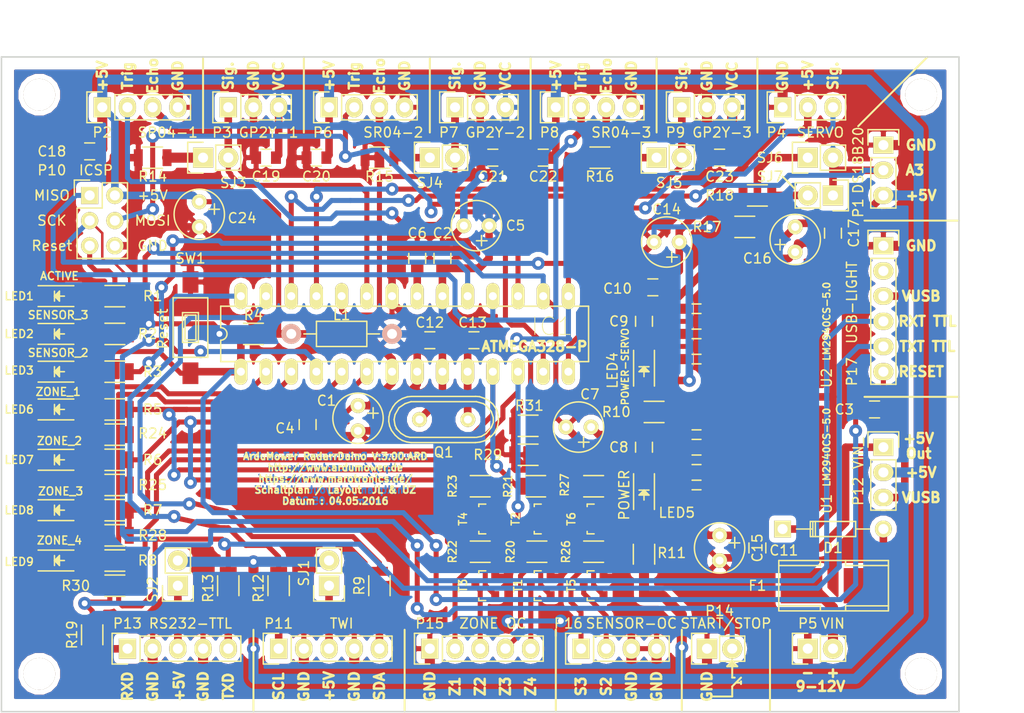
<source format=kicad_pcb>
(kicad_pcb (version 4) (host pcbnew "(2016-05-21 BZR 6817, Git a9d08a6)-product")
  (title_block (title "ArduMower RadarDuino") (date 2016-05-04) (rev 3.00.ARD) (company "Schaltplan / Layout  JL & UZ"))
  (layers (0 F.Cu signal) (31 B.Cu signal) (34 B.Paste user) (35 F.Paste user) (36 B.SilkS user) (37 F.SilkS user) (38 B.Mask user) (39 F.Mask user) (44 Edge.Cuts user))
  (net 0 "")
  (net 1 Reset)
  (net 2 RXD_TTL)
  (net 3 TXD_TTL)
  (net 4 GND)
  (net 5 MISO)
  (net 6 SCK)
  (net 7 ADC0)
  (net 8 ADC1)
  (net 9 SCL)
  (net 10 +5V)
  (net 11 VCC)
  (net 12 SDA)
  (net 13 "Net-(C12-Pad1)")
  (net 14 "Net-(C13-Pad1)")
  (net 15 "Net-(C11-Pad1)")
  (net 16 "Net-(D1-Pad2)")
  (net 17 "Net-(F1-Pad1)")
  (net 18 VUSB)
  (net 19 MOSI)
  (net 20 "Net-(C3-Pad1)")
  (net 21 "Net-(C6-Pad1)")
  (net 22 "Net-(C7-Pad1)")
  (net 23 +5V-SERVO)
  (net 24 START-STOP)
  (net 25 ZONE-1)
  (net 26 ZONE-2)
  (net 27 ZONE-3)
  (net 28 ZONE-4)
  (net 29 TRIG)
  (net 30 SERVO)
  (net 31 SENSOR-2)
  (net 32 SENSOR-3)
  (net 33 ADC2)
  (net 34 ADC3)
  (net 35 "Net-(R14-Pad2)")
  (net 36 "Net-(R15-Pad2)")
  (net 37 "Net-(R16-Pad2)")
  (net 38 "Net-(R17-Pad2)")
  (net 39 "Net-(R18-Pad2)")
  (net 40 "Net-(R20-Pad1)")
  (net 41 "Net-(R21-Pad1)")
  (net 42 "Net-(R22-Pad1)")
  (net 43 "Net-(R23-Pad1)")
  (net 44 "Net-(R26-Pad1)")
  (net 45 "Net-(R27-Pad1)")
  (net 46 "Net-(LED1-Pad2)")
  (net 47 "Net-(LED2-Pad2)")
  (net 48 "Net-(LED3-Pad2)")
  (net 49 "Net-(LED4-Pad2)")
  (net 50 "Net-(LED5-Pad2)")
  (net 51 "Net-(LED6-Pad2)")
  (net 52 "Net-(LED7-Pad2)")
  (net 53 "Net-(LED8-Pad2)")
  (net 54 "Net-(LED9-Pad2)")
  (net 55 "Net-(P11-Pad1)")
  (net 56 "Net-(P11-Pad3)")
  (net 57 "Net-(P11-Pad5)")
  (net 58 "Net-(P13-Pad1)")
  (net 59 "Net-(P13-Pad3)")
  (net 60 "Net-(P13-Pad5)")
  (net 61 "Net-(P15-Pad2)")
  (net 62 "Net-(P15-Pad3)")
  (net 63 "Net-(P15-Pad4)")
  (net 64 "Net-(P15-Pad5)")
  (net 65 "Net-(P16-Pad1)")
  (net 66 "Net-(P16-Pad2)")
  (module Capacitors_SMD:C_0805 (layer F.Cu) (at 49.53 94.615 180)
    (fp_text reference C18 (at 3.81 0 180) (layer F.SilkS))
    (fp_text value 100nF)
    (pad 1 smd rect (at -1 0 180) (size 1 1.25) (layers F.Cu F.Paste F.Mask) (net 10 +5V))
    (pad 2 smd rect (at 1 0 180) (size 1 1.25) (layers F.Cu F.Paste F.Mask) (net 4 GND))
  )
  (module atmega8:atmega8-DIL28-3 (layer F.Cu) (at 81.28 113.03)
    (fp_text reference IC1 (at 14.859 -0.762 180) (layer F.SilkS) (effects (font (size 1.778 1.778) (thickness 0.0889))))
    (fp_text value ATMEGA328-P (at 13.081 1.27) (layer F.SilkS) (effects (font (thickness 0.25))))
    (pad 1 thru_hole oval (at -16.51 3.81) (size 1.3208 2.6416) (drill 0.8128) (layers *.Cu F.Paste F.SilkS F.Mask) (net 1 Reset))
    (pad 2 thru_hole oval (at -13.97 3.81) (size 1.3208 2.6416) (drill 0.8128) (layers *.Cu F.Paste F.SilkS F.Mask) (net 2 RXD_TTL))
    (pad 3 thru_hole oval (at -11.43 3.81) (size 1.3208 2.6416) (drill 0.8128) (layers *.Cu F.Paste F.SilkS F.Mask) (net 3 TXD_TTL))
    (pad 4 thru_hole oval (at -8.89 3.81) (size 1.3208 2.6416) (drill 0.8128) (layers *.Cu F.Paste F.SilkS F.Mask) (net 24 START-STOP))
    (pad 5 thru_hole oval (at -6.35 3.81) (size 1.3208 2.6416) (drill 0.8128) (layers *.Cu F.Paste F.SilkS F.Mask) (net 25 ZONE-1))
    (pad 6 thru_hole oval (at -3.81 3.81) (size 1.3208 2.6416) (drill 0.8128) (layers *.Cu F.Paste F.SilkS F.Mask) (net 26 ZONE-2))
    (pad 7 thru_hole oval (at -1.27 3.81) (size 1.3208 2.6416) (drill 0.8128) (layers *.Cu F.Paste F.SilkS F.Mask) (net 10 +5V))
    (pad 8 thru_hole oval (at 1.27 3.81) (size 1.3208 2.6416) (drill 0.8128) (layers *.Cu F.Paste F.SilkS F.Mask) (net 4 GND))
    (pad 9 thru_hole oval (at 3.81 3.81) (size 1.3208 2.6416) (drill 0.8128) (layers *.Cu F.Paste F.SilkS F.Mask) (net 13 "Net-(C12-Pad1)"))
    (pad 10 thru_hole oval (at 6.35 3.81) (size 1.3208 2.6416) (drill 0.8128) (layers *.Cu F.Paste F.SilkS F.Mask) (net 14 "Net-(C13-Pad1)"))
    (pad 11 thru_hole oval (at 8.89 3.81) (size 1.3208 2.6416) (drill 0.8128) (layers *.Cu F.Paste F.SilkS F.Mask) (net 27 ZONE-3))
    (pad 12 thru_hole oval (at 11.43 3.81) (size 1.3208 2.6416) (drill 0.8128) (layers *.Cu F.Paste F.SilkS F.Mask) (net 28 ZONE-4))
    (pad 13 thru_hole oval (at 13.97 3.81) (size 1.3208 2.6416) (drill 0.8128) (layers *.Cu F.Paste F.SilkS F.Mask) (net 29 TRIG))
    (pad 14 thru_hole oval (at 16.51 3.81) (size 1.3208 2.6416) (drill 0.8128) (layers *.Cu F.Paste F.SilkS F.Mask) (net 30 SERVO))
    (pad 15 thru_hole oval (at 16.51 -3.81) (size 1.3208 2.6416) (drill 0.8128) (layers *.Cu F.Paste F.SilkS F.Mask) (net 31 SENSOR-2))
    (pad 16 thru_hole oval (at 13.97 -3.81) (size 1.3208 2.6416) (drill 0.8128) (layers *.Cu F.Paste F.SilkS F.Mask) (net 32 SENSOR-3))
    (pad 17 thru_hole oval (at 11.43 -3.81) (size 1.3208 2.6416) (drill 0.8128) (layers *.Cu F.Paste F.SilkS F.Mask) (net 19 MOSI))
    (pad 18 thru_hole oval (at 8.89 -3.81) (size 1.3208 2.6416) (drill 0.8128) (layers *.Cu F.Paste F.SilkS F.Mask) (net 5 MISO))
    (pad 19 thru_hole oval (at 6.35 -3.81) (size 1.3208 2.6416) (drill 0.8128) (layers *.Cu F.Paste F.SilkS F.Mask) (net 6 SCK))
    (pad 20 thru_hole oval (at 3.81 -3.81) (size 1.3208 2.6416) (drill 0.8128) (layers *.Cu F.Paste F.SilkS F.Mask) (net 11 VCC))
    (pad 21 thru_hole oval (at 1.27 -3.81) (size 1.3208 2.6416) (drill 0.8128) (layers *.Cu F.Paste F.SilkS F.Mask) (net 21 "Net-(C6-Pad1)"))
    (pad 22 thru_hole oval (at -1.27 -3.81) (size 1.3208 2.6416) (drill 0.8128) (layers *.Cu F.Paste F.SilkS F.Mask) (net 4 GND))
    (pad 23 thru_hole oval (at -3.81 -3.81) (size 1.3208 2.6416) (drill 0.8128) (layers *.Cu F.Paste F.SilkS F.Mask) (net 7 ADC0))
    (pad 24 thru_hole oval (at -6.35 -3.81) (size 1.3208 2.6416) (drill 0.8128) (layers *.Cu F.Paste F.SilkS F.Mask) (net 8 ADC1))
    (pad 25 thru_hole oval (at -8.89 -3.81) (size 1.3208 2.6416) (drill 0.8128) (layers *.Cu F.Paste F.SilkS F.Mask) (net 33 ADC2))
    (pad 26 thru_hole oval (at -11.43 -3.81) (size 1.3208 2.6416) (drill 0.8128) (layers *.Cu F.Paste F.SilkS F.Mask) (net 34 ADC3))
    (pad 27 thru_hole oval (at -13.97 -3.81) (size 1.3208 2.6416) (drill 0.8128) (layers *.Cu F.Paste F.SilkS F.Mask) (net 12 SDA))
    (pad 28 thru_hole oval (at -16.51 -3.81) (size 1.3208 2.6416) (drill 0.8128) (layers *.Cu F.Paste F.SilkS F.Mask) (net 9 SCL))
  )
  (module Diodes_ThroughHole:Diode_DO-35_SOD27_Horizontal_RM10 (layer F.Cu) (at 119.38 132.715)
    (fp_text reference D1 (at 5.08 1.905) (layer F.SilkS))
    (fp_text value 1N4004)
    (pad 2 thru_hole circle (at 10.16052 -0.00254 180) (size 1.69926 1.69926) (drill 1.016) (layers *.Cu *.Mask F.SilkS) (net 16 "Net-(D1-Pad2)"))
    (pad 1 thru_hole rect (at 0.00052 -0.00254 180) (size 1.69926 1.69926) (drill 1.016) (layers *.Cu *.Mask F.SilkS) (net 22 "Net-(C7-Pad1)"))
  )
  (module Resistors_ThroughHole:Resistor_Horizontal_RM10mm (layer F.Cu) (at 74.93 113.03)
    (fp_text reference L1 (at 0 -1.905) (layer F.SilkS))
    (fp_text value 10uH)
    (pad 1 thru_hole circle (at -5.08 0) (size 1.99898 1.99898) (drill 1.00076) (layers *.Cu *.SilkS *.Mask) (net 10 +5V))
    (pad 2 thru_hole circle (at 5.08 0) (size 1.99898 1.99898) (drill 1.00076) (layers *.Cu *.SilkS *.Mask) (net 11 VCC))
  )
  (module Crystals:Crystal_HC49-U_Vertical (layer F.Cu) (at 85.217 121.666 180)
    (fp_text reference Q1 (at 0 -3.302 180) (layer F.SilkS))
    (fp_text value 16MHz)
    (pad 1 thru_hole circle (at -2.44094 0 180) (size 1.50114 1.50114) (drill 0.8001) (layers *.Cu *.Mask F.SilkS) (net 14 "Net-(C13-Pad1)"))
    (pad 2 thru_hole circle (at 2.44094 0 180) (size 1.50114 1.50114) (drill 0.8001) (layers *.Cu *.Mask F.SilkS) (net 13 "Net-(C12-Pad1)"))
  )
  (module Pin_Headers:Pin_Header_Straight_1x02 (layer F.Cu) (at 73.66 138.43 180)
    (fp_text reference SJ1 (at 2.54 1.27 270) (layer F.SilkS))
    (fp_text value Jumper_NC_Small hide)
    (pad 1 thru_hole rect (at 0 0 180) (size 2.032 2.032) (drill 1.016) (layers *.Cu *.Mask F.SilkS) (net 56 "Net-(P11-Pad3)"))
    (pad 2 thru_hole oval (at 0 2.54 180) (size 2.032 2.032) (drill 1.016) (layers *.Cu *.Mask F.SilkS) (net 10 +5V))
  )
  (module Pin_Headers:Pin_Header_Straight_1x02 (layer F.Cu) (at 58.42 138.43 180)
    (fp_text reference SJ2 (at 2.54 -0.381 270) (layer F.SilkS))
    (fp_text value Jumper_NC_Small hide)
    (pad 1 thru_hole rect (at 0 0 180) (size 2.032 2.032) (drill 1.016) (layers *.Cu *.Mask F.SilkS) (net 59 "Net-(P13-Pad3)"))
    (pad 2 thru_hole oval (at 0 2.54 180) (size 2.032 2.032) (drill 1.016) (layers *.Cu *.Mask F.SilkS) (net 10 +5V))
  )
  (module Resistors_SMD:R_1206 (layer F.Cu) (at 52.07 109.22)
    (fp_text reference R1 (at 3.81 0 -180) (layer F.SilkS))
    (fp_text value 1K)
    (pad 1 smd rect (at -1.45 0) (size 0.9 1.7) (layers F.Cu F.Paste F.Mask) (net 46 "Net-(LED1-Pad2)"))
    (pad 2 smd rect (at 1.45 0) (size 0.9 1.7) (layers F.Cu F.Paste F.Mask) (net 6 SCK))
  )
  (module Resistors_SMD:R_1206 (layer F.Cu) (at 52.07 113.03)
    (fp_text reference R2 (at 3.302 0) (layer F.SilkS))
    (fp_text value 1K)
    (pad 1 smd rect (at -1.45 0) (size 0.9 1.7) (layers F.Cu F.Paste F.Mask) (net 47 "Net-(LED2-Pad2)"))
    (pad 2 smd rect (at 1.45 0) (size 0.9 1.7) (layers F.Cu F.Paste F.Mask) (net 32 SENSOR-3))
  )
  (module Resistors_SMD:R_1206 (layer F.Cu) (at 52.07 116.84)
    (fp_text reference R3 (at 3.81 0 180) (layer F.SilkS))
    (fp_text value 1K)
    (pad 1 smd rect (at -1.45 0) (size 0.9 1.7) (layers F.Cu F.Paste F.Mask) (net 48 "Net-(LED3-Pad2)"))
    (pad 2 smd rect (at 1.45 0) (size 0.9 1.7) (layers F.Cu F.Paste F.Mask) (net 31 SENSOR-2))
  )
  (module Resistors_SMD:R_1206 (layer F.Cu) (at 66.04 113.03)
    (fp_text reference R4 (at 0 -1.905) (layer F.SilkS))
    (fp_text value 1K)
    (pad 1 smd rect (at -1.45 0) (size 0.9 1.7) (layers F.Cu F.Paste F.Mask) (net 1 Reset))
    (pad 2 smd rect (at 1.45 0) (size 0.9 1.7) (layers F.Cu F.Paste F.Mask) (net 10 +5V))
  )
  (module Resistors_SMD:R_1206 (layer F.Cu) (at 52.07 120.65)
    (fp_text reference R5 (at 3.81 0) (layer F.SilkS))
    (fp_text value 1K)
    (pad 1 smd rect (at -1.45 0) (size 0.9 1.7) (layers F.Cu F.Paste F.Mask) (net 51 "Net-(LED6-Pad2)"))
    (pad 2 smd rect (at 1.45 0) (size 0.9 1.7) (layers F.Cu F.Paste F.Mask) (net 25 ZONE-1))
  )
  (module Resistors_SMD:R_1206 (layer F.Cu) (at 52.07 125.73)
    (fp_text reference R6 (at 3.81 0 -180) (layer F.SilkS))
    (fp_text value 1K)
    (pad 1 smd rect (at -1.45 0) (size 0.9 1.7) (layers F.Cu F.Paste F.Mask) (net 52 "Net-(LED7-Pad2)"))
    (pad 2 smd rect (at 1.45 0) (size 0.9 1.7) (layers F.Cu F.Paste F.Mask) (net 26 ZONE-2))
  )
  (module Resistors_SMD:R_1206 (layer F.Cu) (at 52.07 130.81)
    (fp_text reference R7 (at 3.81 0 -180) (layer F.SilkS))
    (fp_text value 1K)
    (pad 1 smd rect (at -1.45 0) (size 0.9 1.7) (layers F.Cu F.Paste F.Mask) (net 53 "Net-(LED8-Pad2)"))
    (pad 2 smd rect (at 1.45 0) (size 0.9 1.7) (layers F.Cu F.Paste F.Mask) (net 27 ZONE-3))
  )
  (module Resistors_SMD:R_1206 (layer F.Cu) (at 52.07 135.89)
    (fp_text reference R8 (at 3.302 0 -180) (layer F.SilkS))
    (fp_text value 1K)
    (pad 1 smd rect (at -1.45 0) (size 0.9 1.7) (layers F.Cu F.Paste F.Mask) (net 54 "Net-(LED9-Pad2)"))
    (pad 2 smd rect (at 1.45 0) (size 0.9 1.7) (layers F.Cu F.Paste F.Mask) (net 28 ZONE-4))
  )
  (module Resistors_SMD:R_1206 (layer F.Cu) (at 78.74 138.43 270)
    (fp_text reference R9 (at 0 2.032 90) (layer F.SilkS))
    (fp_text value 100)
    (pad 1 smd rect (at -1.45 0 270) (size 0.9 1.7) (layers F.Cu F.Paste F.Mask) (net 12 SDA))
    (pad 2 smd rect (at 1.45 0 270) (size 0.9 1.7) (layers F.Cu F.Paste F.Mask) (net 57 "Net-(P11-Pad5)"))
  )
  (module Resistors_SMD:R_1206 (layer F.Cu) (at 106.426 120.904 180)
    (fp_text reference R10 (at 3.81 0) (layer F.SilkS))
    (fp_text value 1K)
    (pad 1 smd rect (at -1.45 0 180) (size 0.9 1.7) (layers F.Cu F.Paste F.Mask) (net 23 +5V-SERVO))
    (pad 2 smd rect (at 1.45 0 180) (size 0.9 1.7) (layers F.Cu F.Paste F.Mask) (net 49 "Net-(LED4-Pad2)"))
  )
  (module Resistors_SMD:R_1206 (layer F.Cu) (at 105.41 135.255 90)
    (fp_text reference R11 (at 0.127 2.794 -180) (layer F.SilkS))
    (fp_text value 1K)
    (pad 1 smd rect (at -1.45 0 90) (size 0.9 1.7) (layers F.Cu F.Paste F.Mask) (net 10 +5V))
    (pad 2 smd rect (at 1.45 0 90) (size 0.9 1.7) (layers F.Cu F.Paste F.Mask) (net 50 "Net-(LED5-Pad2)"))
  )
  (module Resistors_SMD:R_1206 (layer F.Cu) (at 68.58 138.43 270)
    (fp_text reference R12 (at 0.254 2.032 90) (layer F.SilkS))
    (fp_text value 100)
    (pad 1 smd rect (at -1.45 0 270) (size 0.9 1.7) (layers F.Cu F.Paste F.Mask) (net 9 SCL))
    (pad 2 smd rect (at 1.45 0 270) (size 0.9 1.7) (layers F.Cu F.Paste F.Mask) (net 55 "Net-(P11-Pad1)"))
  )
  (module Resistors_SMD:R_1206 (layer F.Cu) (at 63.5 138.43 270)
    (fp_text reference R13 (at 0.254 2.032 90) (layer F.SilkS))
    (fp_text value 100)
    (pad 1 smd rect (at -1.45 0 270) (size 0.9 1.7) (layers F.Cu F.Paste F.Mask) (net 3 TXD_TTL))
    (pad 2 smd rect (at 1.45 0 270) (size 0.9 1.7) (layers F.Cu F.Paste F.Mask) (net 60 "Net-(P13-Pad5)"))
  )
  (module Resistors_SMD:R_1206 (layer F.Cu) (at 55.88 95.25)
    (fp_text reference R14 (at 0 1.905 180) (layer F.SilkS))
    (fp_text value 10K)
    (pad 1 smd rect (at -1.45 0) (size 0.9 1.7) (layers F.Cu F.Paste F.Mask) (net 4 GND))
    (pad 2 smd rect (at 1.45 0) (size 0.9 1.7) (layers F.Cu F.Paste F.Mask) (net 35 "Net-(R14-Pad2)"))
  )
  (module Resistors_SMD:R_1206 (layer F.Cu) (at 78.74 95.25)
    (fp_text reference R15 (at 0 1.905 -180) (layer F.SilkS))
    (fp_text value 10K)
    (pad 1 smd rect (at -1.45 0) (size 0.9 1.7) (layers F.Cu F.Paste F.Mask) (net 4 GND))
    (pad 2 smd rect (at 1.45 0) (size 0.9 1.7) (layers F.Cu F.Paste F.Mask) (net 36 "Net-(R15-Pad2)"))
  )
  (module Resistors_SMD:R_1206 (layer F.Cu) (at 100.965 95.25)
    (fp_text reference R16 (at 0 1.905 -180) (layer F.SilkS))
    (fp_text value 10K)
    (pad 1 smd rect (at -1.45 0) (size 0.9 1.7) (layers F.Cu F.Paste F.Mask) (net 4 GND))
    (pad 2 smd rect (at 1.45 0) (size 0.9 1.7) (layers F.Cu F.Paste F.Mask) (net 37 "Net-(R16-Pad2)"))
  )
  (module Capacitors_Elko_ThroughHole:Elko_vert_11x5mm_RM2.5 (layer F.Cu) (at 120.65 104.775 90)
    (fp_text reference C16 (at -0.635 -3.81 -180) (layer F.SilkS))
    (fp_text value 10uF)
    (fp_line (start 0.2032 -1.524) (end 1.27 -1.524) (layer F.Cu) (width 0.15))
    (fp_line (start 0.762 -2.032) (end 0.762 -0.9906) (layer F.Cu) (width 0.15))
    (pad 2 thru_hole circle (at 2.54 0 90) (size 1.50114 1.50114) (drill 0.8001) (layers *.Cu *.Mask F.SilkS) (net 10 +5V))
    (pad 1 thru_hole circle (at 0 0 90) (size 1.50114 1.50114) (drill 0.8001) (layers *.Cu *.Mask F.SilkS) (net 4 GND))
  )
  (module ACS712:Bohrloch_3,2mm (layer F.Cu) (at 44.45 88.9)
    (fp_text reference B1 hide)
    (fp_text value Bohrloch hide)
    (pad 1 thru_hole circle (at 0 0) (size 3.2 3.2) (drill 3.2) (layers *.Cu *.Mask F.SilkS))
  )
  (module ACS712:Bohrloch_3,2mm (layer F.Cu) (at 44.45 147.32)
    (fp_text reference B2 hide)
    (fp_text value Bohrloch hide)
    (pad 1 thru_hole circle (at 0 0) (size 3.2 3.2) (drill 3.2) (layers *.Cu *.Mask F.SilkS))
  )
  (module ACS712:Bohrloch_3,2mm (layer F.Cu) (at 133.35 88.9)
    (fp_text reference B3 hide)
    (fp_text value Bohrloch hide)
    (pad 1 thru_hole circle (at 0 0) (size 3.2 3.2) (drill 3.2) (layers *.Cu *.Mask F.SilkS))
  )
  (module ACS712:Bohrloch_3,2mm (layer F.Cu) (at 133.35 147.32)
    (fp_text reference B4 hide)
    (fp_text value Bohrloch hide)
    (pad 1 thru_hole circle (at 0 0) (size 3.2 3.2) (drill 3.2) (layers *.Cu *.Mask F.SilkS))
  )
  (module Resistors_SMD:R_1206 (layer F.Cu) (at 115.57 102.235)
    (fp_text reference R17 (at -3.81 0 -180) (layer F.SilkS))
    (fp_text value 10K)
    (pad 1 smd rect (at -1.45 0) (size 0.9 1.7) (layers F.Cu F.Paste F.Mask) (net 4 GND))
    (pad 2 smd rect (at 1.45 0) (size 0.9 1.7) (layers F.Cu F.Paste F.Mask) (net 38 "Net-(R17-Pad2)"))
  )
  (module Buttons_Switches_SMD:SW_SPST_FSMSM (layer F.Cu) (at 59.69 112.395 90)
    (fp_text reference SW1 (at 6.985 0 180) (layer F.SilkS))
    (fp_text value Reset (at -0.127 -2.794 90) (layer F.SilkS))
    (pad 1 smd rect (at -4.60243 -0.00232 90) (size 2.18 1.6) (layers F.Cu F.Paste F.Mask) (net 1 Reset))
    (pad 2 smd rect (at 4.60243 0.00232 90) (size 2.18 1.6) (layers F.Cu F.Paste F.Mask) (net 4 GND))
  )
  (module Capacitors_SMD:C_0805 (layer F.Cu) (at 85.09 105.41 90)
    (fp_text reference C2 (at 2.54 0 180) (layer F.SilkS))
    (fp_text value 100nF)
    (pad 1 smd rect (at -1 0 90) (size 1 1.25) (layers F.Cu F.Paste F.Mask) (net 11 VCC))
    (pad 2 smd rect (at 1 0 90) (size 1 1.25) (layers F.Cu F.Paste F.Mask) (net 4 GND))
  )
  (module Capacitors_SMD:C_0805 (layer F.Cu) (at 128.651 120.65 180)
    (fp_text reference C3 (at 3.048 0 180) (layer F.SilkS))
    (fp_text value 100nF)
    (pad 1 smd rect (at -1 0 180) (size 1 1.25) (layers F.Cu F.Paste F.Mask) (net 20 "Net-(C3-Pad1)"))
    (pad 2 smd rect (at 1 0 180) (size 1 1.25) (layers F.Cu F.Paste F.Mask) (net 1 Reset))
  )
  (module Capacitors_SMD:C_0805 (layer F.Cu) (at 71.501 122.174 90)
    (fp_text reference C4 (at -0.381 -2.286 180) (layer F.SilkS))
    (fp_text value 100nF)
    (pad 1 smd rect (at -1 0 90) (size 1 1.25) (layers F.Cu F.Paste F.Mask) (net 4 GND))
    (pad 2 smd rect (at 1 0 90) (size 1 1.25) (layers F.Cu F.Paste F.Mask) (net 10 +5V))
  )
  (module Capacitors_SMD:C_0805 (layer F.Cu) (at 82.55 105.41 90)
    (fp_text reference C6 (at 2.54 0 180) (layer F.SilkS))
    (fp_text value 100nF)
    (pad 1 smd rect (at -1 0 90) (size 1 1.25) (layers F.Cu F.Paste F.Mask) (net 21 "Net-(C6-Pad1)"))
    (pad 2 smd rect (at 1 0 90) (size 1 1.25) (layers F.Cu F.Paste F.Mask) (net 4 GND))
  )
  (module Capacitors_SMD:C_0805 (layer F.Cu) (at 105.41 124.46 270)
    (fp_text reference C8 (at 0 2.54) (layer F.SilkS))
    (fp_text value 100nF)
    (pad 1 smd rect (at -1 0 270) (size 1 1.25) (layers F.Cu F.Paste F.Mask) (net 22 "Net-(C7-Pad1)"))
    (pad 2 smd rect (at 1 0 270) (size 1 1.25) (layers F.Cu F.Paste F.Mask) (net 4 GND))
  )
  (module Capacitors_SMD:C_0805 (layer F.Cu) (at 106.299 108.331 180)
    (fp_text reference C10 (at 3.556 -0.127 180) (layer F.SilkS))
    (fp_text value 100nF)
    (pad 1 smd rect (at -1 0 180) (size 1 1.25) (layers F.Cu F.Paste F.Mask) (net 23 +5V-SERVO))
    (pad 2 smd rect (at 1 0 180) (size 1 1.25) (layers F.Cu F.Paste F.Mask) (net 4 GND))
  )
  (module Capacitors_SMD:C_0805 (layer F.Cu) (at 116.84 134.62 270)
    (fp_text reference C11 (at 0.254 -2.667) (layer F.SilkS))
    (fp_text value 100nF)
    (pad 1 smd rect (at -1 0 270) (size 1 1.25) (layers F.Cu F.Paste F.Mask) (net 15 "Net-(C11-Pad1)"))
    (pad 2 smd rect (at 1 0 270) (size 1 1.25) (layers F.Cu F.Paste F.Mask) (net 4 GND))
  )
  (module Capacitors_SMD:C_0805 (layer F.Cu) (at 83.82 113.665 180)
    (fp_text reference C12 (at 0 1.778 180) (layer F.SilkS))
    (fp_text value 27pF)
    (pad 1 smd rect (at -1 0 180) (size 1 1.25) (layers F.Cu F.Paste F.Mask) (net 13 "Net-(C12-Pad1)"))
    (pad 2 smd rect (at 1 0 180) (size 1 1.25) (layers F.Cu F.Paste F.Mask) (net 4 GND))
  )
  (module Capacitors_SMD:C_0805 (layer F.Cu) (at 88.265 113.665)
    (fp_text reference C13 (at -0.127 -1.778) (layer F.SilkS))
    (fp_text value 27pF)
    (pad 1 smd rect (at -1 0) (size 1 1.25) (layers F.Cu F.Paste F.Mask) (net 14 "Net-(C13-Pad1)"))
    (pad 2 smd rect (at 1 0) (size 1 1.25) (layers F.Cu F.Paste F.Mask) (net 4 GND))
  )
  (module Resistors_SMD:R_1206 (layer F.Cu) (at 116.84 99.06)
    (fp_text reference R18 (at -3.81 0) (layer F.SilkS))
    (fp_text value 4K7)
    (pad 1 smd rect (at -1.45 0) (size 0.9 1.7) (layers F.Cu F.Paste F.Mask) (net 10 +5V))
    (pad 2 smd rect (at 1.45 0) (size 0.9 1.7) (layers F.Cu F.Paste F.Mask) (net 39 "Net-(R18-Pad2)"))
  )
  (module Resistors_SMD:R_1206 (layer F.Cu) (at 49.784 143.383 270)
    (fp_text reference R19 (at 0 2.032 270) (layer F.SilkS))
    (fp_text value 100)
    (pad 1 smd rect (at -1.45 0 270) (size 0.9 1.7) (layers F.Cu F.Paste F.Mask) (net 2 RXD_TTL))
    (pad 2 smd rect (at 1.45 0 270) (size 0.9 1.7) (layers F.Cu F.Paste F.Mask) (net 58 "Net-(P13-Pad1)"))
  )
  (module Capacitors_SMD:C_0805 (layer F.Cu) (at 113.03 95.25)
    (fp_text reference C23 (at 0 1.905 180) (layer F.SilkS))
    (fp_text value 100nF)
    (pad 1 smd rect (at -1 0) (size 1 1.25) (layers F.Cu F.Paste F.Mask) (net 4 GND))
    (pad 2 smd rect (at 1 0) (size 1 1.25) (layers F.Cu F.Paste F.Mask) (net 11 VCC))
  )
  (module TO_SOT_Packages_SMD:SOT-23 (layer F.Cu) (at 94.996 138.43 90)
    (fp_text reference T1 (at 0 -2.286 90) (layer F.SilkS) (effects (font (size 0.8 0.8))))
    (fp_text value BC847B)
    (pad 1 smd rect (at -0.95 1.00076 90) (size 0.8001 0.8001) (layers F.Cu F.Paste F.Mask) (net 40 "Net-(R20-Pad1)"))
    (pad 2 smd rect (at 0.95 1.00076 90) (size 0.8001 0.8001) (layers F.Cu F.Paste F.Mask) (net 4 GND))
    (pad 3 smd rect (at 0 -0.99822 90) (size 0.8001 0.8001) (layers F.Cu F.Paste F.Mask) (net 64 "Net-(P15-Pad5)"))
  )
  (module TO_SOT_Packages_SMD:SOT-23 (layer F.Cu) (at 94.996 131.699 90)
    (fp_text reference T2 (at 0 -2.54 90) (layer F.SilkS) (effects (font (size 0.8 0.8))))
    (fp_text value BC847B)
    (pad 1 smd rect (at -0.95 1.00076 90) (size 0.8001 0.8001) (layers F.Cu F.Paste F.Mask) (net 41 "Net-(R21-Pad1)"))
    (pad 2 smd rect (at 0.95 1.00076 90) (size 0.8001 0.8001) (layers F.Cu F.Paste F.Mask) (net 4 GND))
    (pad 3 smd rect (at 0 -0.99822 90) (size 0.8001 0.8001) (layers F.Cu F.Paste F.Mask) (net 63 "Net-(P15-Pad4)"))
  )
  (module SMD_Packages:Fuse_SMD (layer F.Cu) (at 124.46 138.43 90)
    (fp_text reference F1 (at 0 -7.62 180) (layer F.SilkS))
    (fp_text value PTC)
    (pad 1 smd rect (at 0 -3.175 90) (size 3.556 4.191) (layers F.Cu F.Paste F.Mask) (net 17 "Net-(F1-Pad1)"))
    (pad 2 smd rect (at 0 3.175 90) (size 3.556 4.191) (layers F.Cu F.Paste F.Mask) (net 16 "Net-(D1-Pad2)"))
  )
  (module Capacitors_Elko_ThroughHole:Elko_vert_11x5mm_RM2.5 (layer F.Cu) (at 76.581 120.269 270)
    (fp_text reference C1 (at -0.508 3.175) (layer F.SilkS))
    (fp_text value 10uF)
    (fp_line (start 0.2032 -1.524) (end 1.27 -1.524) (layer F.Cu) (width 0.15))
    (fp_line (start 0.762 -2.032) (end 0.762 -0.9906) (layer F.Cu) (width 0.15))
    (pad 2 thru_hole circle (at 2.54 0 270) (size 1.50114 1.50114) (drill 0.8001) (layers *.Cu *.Mask F.SilkS) (net 4 GND))
    (pad 1 thru_hole circle (at 0 0 270) (size 1.50114 1.50114) (drill 0.8001) (layers *.Cu *.Mask F.SilkS) (net 10 +5V))
  )
  (module Capacitors_Elko_ThroughHole:Elko_vert_11x5mm_RM2.5 (layer F.Cu) (at 89.789 102.108 180)
    (fp_text reference C5 (at -2.667 0) (layer F.SilkS))
    (fp_text value 10uF)
    (fp_line (start 0.2032 -1.524) (end 1.27 -1.524) (layer F.Cu) (width 0.15))
    (fp_line (start 0.762 -2.032) (end 0.762 -0.9906) (layer F.Cu) (width 0.15))
    (pad 2 thru_hole circle (at 2.54 0 180) (size 1.50114 1.50114) (drill 0.8001) (layers *.Cu *.Mask F.SilkS) (net 4 GND))
    (pad 1 thru_hole circle (at 0 0 180) (size 1.50114 1.50114) (drill 0.8001) (layers *.Cu *.Mask F.SilkS) (net 11 VCC))
  )
  (module Capacitors_Elko_ThroughHole:Elko_vert_11x5mm_RM2.5 (layer F.Cu) (at 100.076 122.428 180)
    (fp_text reference C7 (at 0.127 3.302 180) (layer F.SilkS))
    (fp_text value 22uF)
    (fp_line (start 0.2032 -1.524) (end 1.27 -1.524) (layer F.Cu) (width 0.15))
    (fp_line (start 0.762 -2.032) (end 0.762 -0.9906) (layer F.Cu) (width 0.15))
    (pad 2 thru_hole circle (at 2.54 0 180) (size 1.50114 1.50114) (drill 0.8001) (layers *.Cu *.Mask F.SilkS) (net 4 GND))
    (pad 1 thru_hole circle (at 0 0 180) (size 1.50114 1.50114) (drill 0.8001) (layers *.Cu *.Mask F.SilkS) (net 22 "Net-(C7-Pad1)"))
  )
  (module Capacitors_SMD:C_0805 (layer F.Cu) (at 105.41 111.76 270)
    (fp_text reference C9 (at 0 2.54) (layer F.SilkS))
    (fp_text value 100nF)
    (pad 1 smd rect (at -1 0 270) (size 1 1.25) (layers F.Cu F.Paste F.Mask) (net 22 "Net-(C7-Pad1)"))
    (pad 2 smd rect (at 1 0 270) (size 1 1.25) (layers F.Cu F.Paste F.Mask) (net 4 GND))
  )
  (module Capacitors_Elko_ThroughHole:Elko_vert_11x5mm_RM2.5 (layer F.Cu) (at 108.966 103.759 180)
    (fp_text reference C14 (at 1.27 3.302 180) (layer F.SilkS))
    (fp_text value 22uF)
    (fp_line (start 0.2032 -1.524) (end 1.27 -1.524) (layer F.Cu) (width 0.15))
    (fp_line (start 0.762 -2.032) (end 0.762 -0.9906) (layer F.Cu) (width 0.15))
    (pad 2 thru_hole circle (at 2.54 0 180) (size 1.50114 1.50114) (drill 0.8001) (layers *.Cu *.Mask F.SilkS) (net 4 GND))
    (pad 1 thru_hole circle (at 0 0 180) (size 1.50114 1.50114) (drill 0.8001) (layers *.Cu *.Mask F.SilkS) (net 23 +5V-SERVO))
  )
  (module Capacitors_Elko_ThroughHole:Elko_vert_11x5mm_RM2.5 (layer F.Cu) (at 113.03 133.35 270)
    (fp_text reference C15 (at 1.27 -3.81 270) (layer F.SilkS))
    (fp_text value 22uF)
    (fp_line (start 0.2032 -1.524) (end 1.27 -1.524) (layer F.Cu) (width 0.15))
    (fp_line (start 0.762 -2.032) (end 0.762 -0.9906) (layer F.Cu) (width 0.15))
    (pad 2 thru_hole circle (at 2.54 0 270) (size 1.50114 1.50114) (drill 0.8001) (layers *.Cu *.Mask F.SilkS) (net 4 GND))
    (pad 1 thru_hole circle (at 0 0 270) (size 1.50114 1.50114) (drill 0.8001) (layers *.Cu *.Mask F.SilkS) (net 15 "Net-(C11-Pad1)"))
  )
  (module Capacitors_SMD:C_0805 (layer F.Cu) (at 124.46 102.87 270)
    (fp_text reference C17 (at 0 -2.1 270) (layer F.SilkS))
    (fp_text value 100nF)
    (pad 1 smd rect (at -1 0 270) (size 1 1.25) (layers F.Cu F.Paste F.Mask) (net 10 +5V))
    (pad 2 smd rect (at 1 0 270) (size 1 1.25) (layers F.Cu F.Paste F.Mask) (net 4 GND))
  )
  (module Capacitors_SMD:C_0805 (layer F.Cu) (at 67.31 95.25)
    (fp_text reference C19 (at 0 1.905) (layer F.SilkS))
    (fp_text value 100nF)
    (pad 1 smd rect (at -1 0) (size 1 1.25) (layers F.Cu F.Paste F.Mask) (net 4 GND))
    (pad 2 smd rect (at 1 0) (size 1 1.25) (layers F.Cu F.Paste F.Mask) (net 11 VCC))
  )
  (module Capacitors_SMD:C_0805 (layer F.Cu) (at 72.39 95.25 180)
    (fp_text reference C20 (at 0 -1.905 180) (layer F.SilkS))
    (fp_text value 100nF)
    (pad 1 smd rect (at -1 0 180) (size 1 1.25) (layers F.Cu F.Paste F.Mask) (net 10 +5V))
    (pad 2 smd rect (at 1 0 180) (size 1 1.25) (layers F.Cu F.Paste F.Mask) (net 4 GND))
  )
  (module Capacitors_SMD:C_0805 (layer F.Cu) (at 90.17 95.25)
    (fp_text reference C21 (at 0 1.905) (layer F.SilkS))
    (fp_text value 100nF)
    (pad 1 smd rect (at -1 0) (size 1 1.25) (layers F.Cu F.Paste F.Mask) (net 4 GND))
    (pad 2 smd rect (at 1 0) (size 1 1.25) (layers F.Cu F.Paste F.Mask) (net 11 VCC))
  )
  (module Capacitors_SMD:C_0805 (layer F.Cu) (at 95.25 95.25 180)
    (fp_text reference C22 (at 0 -1.905 180) (layer F.SilkS))
    (fp_text value 100nF)
    (pad 1 smd rect (at -1 0 180) (size 1 1.25) (layers F.Cu F.Paste F.Mask) (net 10 +5V))
    (pad 2 smd rect (at 1 0 180) (size 1 1.25) (layers F.Cu F.Paste F.Mask) (net 4 GND))
  )
  (module Capacitors_Elko_ThroughHole:Elko_vert_11x5mm_RM2.5 (layer F.Cu) (at 60.579 99.695 270)
    (fp_text reference C24 (at 1.651 -4.318) (layer F.SilkS))
    (fp_text value 10uF)
    (fp_line (start 0.2032 -1.524) (end 1.27 -1.524) (layer F.Cu) (width 0.15))
    (fp_line (start 0.762 -2.032) (end 0.762 -0.9906) (layer F.Cu) (width 0.15))
    (pad 2 thru_hole circle (at 2.54 0 270) (size 1.50114 1.50114) (drill 0.8001) (layers *.Cu *.Mask F.SilkS) (net 4 GND))
    (pad 1 thru_hole circle (at 0 0 270) (size 1.50114 1.50114) (drill 0.8001) (layers *.Cu *.Mask F.SilkS) (net 10 +5V))
  )
  (module Pin_Headers:Pin_Header_Straight_1x03 (layer F.Cu) (at 129.54 93.98)
    (fp_text reference P1 (at -2.54 6.35 90) (layer F.SilkS))
    (fp_text value DS18B20 (at -2.54 1.524 90) (layer F.SilkS))
    (pad 1 thru_hole rect (at 0 0) (size 2.032 1.7272) (drill 1.016) (layers *.Cu *.Mask F.SilkS) (net 4 GND))
    (pad 2 thru_hole oval (at 0 2.54) (size 2.032 1.7272) (drill 1.016) (layers *.Cu *.Mask F.SilkS) (net 34 ADC3))
    (pad 3 thru_hole oval (at 0 5.08) (size 2.032 1.7272) (drill 1.016) (layers *.Cu *.Mask F.SilkS) (net 10 +5V))
  )
  (module Pin_Headers:Pin_Header_Straight_1x04 (layer F.Cu) (at 50.8 90.17 90)
    (fp_text reference P2 (at -2.54 0 180) (layer F.SilkS))
    (fp_text value SR04-1 (at -2.54 6.604 180) (layer F.SilkS))
    (pad 1 thru_hole rect (at 0 0 90) (size 2.032 1.7272) (drill 1.016) (layers *.Cu *.Mask F.SilkS) (net 10 +5V))
    (pad 2 thru_hole oval (at 0 2.54 90) (size 2.032 1.7272) (drill 1.016) (layers *.Cu *.Mask F.SilkS) (net 29 TRIG))
    (pad 3 thru_hole oval (at 0 5.08 90) (size 2.032 1.7272) (drill 1.016) (layers *.Cu *.Mask F.SilkS) (net 7 ADC0))
    (pad 4 thru_hole oval (at 0 7.62 90) (size 2.032 1.7272) (drill 1.016) (layers *.Cu *.Mask F.SilkS) (net 4 GND))
  )
  (module Pin_Headers:Pin_Header_Straight_1x03 (layer F.Cu) (at 63.5 90.17 90)
    (fp_text reference P3 (at -2.54 -0.635 180) (layer F.SilkS))
    (fp_text value GP2Y-1 (at -2.54 4.064) (layer F.SilkS))
    (pad 1 thru_hole rect (at 0 0 90) (size 2.032 1.7272) (drill 1.016) (layers *.Cu *.Mask F.SilkS) (net 7 ADC0))
    (pad 2 thru_hole oval (at 0 2.54 90) (size 2.032 1.7272) (drill 1.016) (layers *.Cu *.Mask F.SilkS) (net 4 GND))
    (pad 3 thru_hole oval (at 0 5.08 90) (size 2.032 1.7272) (drill 1.016) (layers *.Cu *.Mask F.SilkS) (net 11 VCC))
  )
  (module Pin_Headers:Pin_Header_Straight_1x03 (layer F.Cu) (at 119.38 90.17 90)
    (fp_text reference P4 (at -2.54 -0.635 180) (layer F.SilkS))
    (fp_text value SERVO (at -2.54 3.81 180) (layer F.SilkS))
    (pad 1 thru_hole rect (at 0 0 90) (size 2.032 1.7272) (drill 1.016) (layers *.Cu *.Mask F.SilkS) (net 4 GND))
    (pad 2 thru_hole oval (at 0 2.54 90) (size 2.032 1.7272) (drill 1.016) (layers *.Cu *.Mask F.SilkS) (net 23 +5V-SERVO))
    (pad 3 thru_hole oval (at 0 5.08 90) (size 2.032 1.7272) (drill 1.016) (layers *.Cu *.Mask F.SilkS) (net 30 SERVO))
  )
  (module Pin_Headers:Pin_Header_Straight_1x02 (layer F.Cu) (at 121.92 144.78 90)
    (fp_text reference P5 (at 2.54 0) (layer F.SilkS))
    (fp_text value VIN (at 2.54 2.54 180) (layer F.SilkS))
    (pad 1 thru_hole rect (at 0 0 90) (size 2.032 2.032) (drill 1.016) (layers *.Cu *.Mask F.SilkS) (net 4 GND))
    (pad 2 thru_hole oval (at 0 2.54 90) (size 2.032 2.032) (drill 1.016) (layers *.Cu *.Mask F.SilkS) (net 17 "Net-(F1-Pad1)"))
  )
  (module Pin_Headers:Pin_Header_Straight_1x04 (layer F.Cu) (at 73.66 90.17 90)
    (fp_text reference P6 (at -2.54 -0.635 180) (layer F.SilkS))
    (fp_text value SR04-2 (at -2.54 6.477 180) (layer F.SilkS))
    (pad 1 thru_hole rect (at 0 0 90) (size 2.032 1.7272) (drill 1.016) (layers *.Cu *.Mask F.SilkS) (net 10 +5V))
    (pad 2 thru_hole oval (at 0 2.54 90) (size 2.032 1.7272) (drill 1.016) (layers *.Cu *.Mask F.SilkS) (net 19 MOSI))
    (pad 3 thru_hole oval (at 0 5.08 90) (size 2.032 1.7272) (drill 1.016) (layers *.Cu *.Mask F.SilkS) (net 8 ADC1))
    (pad 4 thru_hole oval (at 0 7.62 90) (size 2.032 1.7272) (drill 1.016) (layers *.Cu *.Mask F.SilkS) (net 4 GND))
  )
  (module Pin_Headers:Pin_Header_Straight_1x03 (layer F.Cu) (at 86.36 90.17 90)
    (fp_text reference P7 (at -2.54 -0.635 180) (layer F.SilkS))
    (fp_text value GP2Y-2 (at -2.54 4.064 180) (layer F.SilkS))
    (pad 1 thru_hole rect (at 0 0 90) (size 2.032 1.7272) (drill 1.016) (layers *.Cu *.Mask F.SilkS) (net 8 ADC1))
    (pad 2 thru_hole oval (at 0 2.54 90) (size 2.032 1.7272) (drill 1.016) (layers *.Cu *.Mask F.SilkS) (net 4 GND))
    (pad 3 thru_hole oval (at 0 5.08 90) (size 2.032 1.7272) (drill 1.016) (layers *.Cu *.Mask F.SilkS) (net 11 VCC))
  )
  (module Pin_Headers:Pin_Header_Straight_1x04 (layer F.Cu) (at 96.52 90.17 90)
    (fp_text reference P8 (at -2.54 -0.635 180) (layer F.SilkS))
    (fp_text value SR04-3 (at -2.54 6.604 180) (layer F.SilkS))
    (pad 1 thru_hole rect (at 0 0 90) (size 2.032 1.7272) (drill 1.016) (layers *.Cu *.Mask F.SilkS) (net 10 +5V))
    (pad 2 thru_hole oval (at 0 2.54 90) (size 2.032 1.7272) (drill 1.016) (layers *.Cu *.Mask F.SilkS) (net 5 MISO))
    (pad 3 thru_hole oval (at 0 5.08 90) (size 2.032 1.7272) (drill 1.016) (layers *.Cu *.Mask F.SilkS) (net 33 ADC2))
    (pad 4 thru_hole oval (at 0 7.62 90) (size 2.032 1.7272) (drill 1.016) (layers *.Cu *.Mask F.SilkS) (net 4 GND))
  )
  (module Pin_Headers:Pin_Header_Straight_1x03 (layer F.Cu) (at 109.22 90.17 90)
    (fp_text reference P9 (at -2.54 -0.635 180) (layer F.SilkS))
    (fp_text value GP2Y-3 (at -2.54 4.064 180) (layer F.SilkS))
    (pad 1 thru_hole rect (at 0 0 90) (size 2.032 1.7272) (drill 1.016) (layers *.Cu *.Mask F.SilkS) (net 33 ADC2))
    (pad 2 thru_hole oval (at 0 2.54 90) (size 2.032 1.7272) (drill 1.016) (layers *.Cu *.Mask F.SilkS) (net 4 GND))
    (pad 3 thru_hole oval (at 0 5.08 90) (size 2.032 1.7272) (drill 1.016) (layers *.Cu *.Mask F.SilkS) (net 11 VCC))
  )
  (module Resistors_SMD:R_1206 (layer F.Cu) (at 94.615 135.001 180)
    (fp_text reference R20 (at 2.667 0 270) (layer F.SilkS) (effects (font (size 0.8 0.8))))
    (fp_text value 2K7)
    (pad 1 smd rect (at -1.45 0 180) (size 0.9 1.7) (layers F.Cu F.Paste F.Mask) (net 40 "Net-(R20-Pad1)"))
    (pad 2 smd rect (at 1.45 0 180) (size 0.9 1.7) (layers F.Cu F.Paste F.Mask) (net 28 ZONE-4))
  )
  (module Resistors_SMD:R_1206 (layer F.Cu) (at 94.488 128.397 180)
    (fp_text reference R21 (at 2.794 0 270) (layer F.SilkS) (effects (font (size 0.8 0.8))))
    (fp_text value 2K7)
    (pad 1 smd rect (at -1.45 0 180) (size 0.9 1.7) (layers F.Cu F.Paste F.Mask) (net 41 "Net-(R21-Pad1)"))
    (pad 2 smd rect (at 1.45 0 180) (size 0.9 1.7) (layers F.Cu F.Paste F.Mask) (net 27 ZONE-3))
  )
  (module Resistors_SMD:R_1206 (layer F.Cu) (at 88.9 135.001 180)
    (fp_text reference R22 (at 2.794 0 270) (layer F.SilkS) (effects (font (size 0.8 0.8))))
    (fp_text value 2K7)
    (pad 1 smd rect (at -1.45 0 180) (size 0.9 1.7) (layers F.Cu F.Paste F.Mask) (net 42 "Net-(R22-Pad1)"))
    (pad 2 smd rect (at 1.45 0 180) (size 0.9 1.7) (layers F.Cu F.Paste F.Mask) (net 26 ZONE-2))
  )
  (module Resistors_SMD:R_1206 (layer F.Cu) (at 88.9 128.397 180)
    (fp_text reference R23 (at 2.794 0 270) (layer F.SilkS) (effects (font (size 0.8 0.8))))
    (fp_text value 2K7)
    (pad 1 smd rect (at -1.45 0 180) (size 0.9 1.7) (layers F.Cu F.Paste F.Mask) (net 43 "Net-(R23-Pad1)"))
    (pad 2 smd rect (at 1.45 0 180) (size 0.9 1.7) (layers F.Cu F.Paste F.Mask) (net 25 ZONE-1))
  )
  (module Resistors_SMD:R_1206 (layer F.Cu) (at 52.07 123.19 180)
    (fp_text reference R24 (at -3.81 0.127 180) (layer F.SilkS))
    (fp_text value 10K)
    (pad 1 smd rect (at -1.45 0 180) (size 0.9 1.7) (layers F.Cu F.Paste F.Mask) (net 25 ZONE-1))
    (pad 2 smd rect (at 1.45 0 180) (size 0.9 1.7) (layers F.Cu F.Paste F.Mask) (net 4 GND))
  )
  (module Resistors_SMD:R_1206 (layer F.Cu) (at 52.07 128.27 180)
    (fp_text reference R25 (at -3.81 0 180) (layer F.SilkS))
    (fp_text value 10K)
    (pad 1 smd rect (at -1.45 0 180) (size 0.9 1.7) (layers F.Cu F.Paste F.Mask) (net 26 ZONE-2))
    (pad 2 smd rect (at 1.45 0 180) (size 0.9 1.7) (layers F.Cu F.Paste F.Mask) (net 4 GND))
  )
  (module Resistors_SMD:R_1206 (layer F.Cu) (at 100.33 135.001 180)
    (fp_text reference R26 (at 2.794 0 270) (layer F.SilkS) (effects (font (size 0.8 0.8))))
    (fp_text value 2K7)
    (pad 1 smd rect (at -1.45 0 180) (size 0.9 1.7) (layers F.Cu F.Paste F.Mask) (net 44 "Net-(R26-Pad1)"))
    (pad 2 smd rect (at 1.45 0 180) (size 0.9 1.7) (layers F.Cu F.Paste F.Mask) (net 31 SENSOR-2))
  )
  (module Resistors_SMD:R_1206 (layer F.Cu) (at 100.33 128.397 180)
    (fp_text reference R27 (at 2.921 0.127 270) (layer F.SilkS) (effects (font (size 0.8 0.8))))
    (fp_text value 2K7)
    (pad 1 smd rect (at -1.45 0 180) (size 0.9 1.7) (layers F.Cu F.Paste F.Mask) (net 45 "Net-(R27-Pad1)"))
    (pad 2 smd rect (at 1.45 0 180) (size 0.9 1.7) (layers F.Cu F.Paste F.Mask) (net 32 SENSOR-3))
  )
  (module Resistors_SMD:R_1206 (layer F.Cu) (at 52.07 133.35 180)
    (fp_text reference R28 (at -3.81 0 180) (layer F.SilkS))
    (fp_text value 10K)
    (pad 1 smd rect (at -1.45 0 180) (size 0.9 1.7) (layers F.Cu F.Paste F.Mask) (net 27 ZONE-3))
    (pad 2 smd rect (at 1.45 0 180) (size 0.9 1.7) (layers F.Cu F.Paste F.Mask) (net 4 GND))
  )
  (module Resistors_SMD:R_1206 (layer F.Cu) (at 93.726 125.222 180)
    (fp_text reference R29 (at 4.064 0 180) (layer F.SilkS))
    (fp_text value 10K)
    (pad 1 smd rect (at -1.45 0 180) (size 0.9 1.7) (layers F.Cu F.Paste F.Mask) (net 31 SENSOR-2))
    (pad 2 smd rect (at 1.45 0 180) (size 0.9 1.7) (layers F.Cu F.Paste F.Mask) (net 4 GND))
  )
  (module Resistors_SMD:R_1206 (layer F.Cu) (at 52.07 138.43 180)
    (fp_text reference R30 (at 3.937 0 180) (layer F.SilkS))
    (fp_text value 10K)
    (pad 1 smd rect (at -1.45 0 180) (size 0.9 1.7) (layers F.Cu F.Paste F.Mask) (net 28 ZONE-4))
    (pad 2 smd rect (at 1.45 0 180) (size 0.9 1.7) (layers F.Cu F.Paste F.Mask) (net 4 GND))
  )
  (module Resistors_SMD:R_1206 (layer F.Cu) (at 93.726 122.301 180)
    (fp_text reference R31 (at -0.127 2.032 180) (layer F.SilkS))
    (fp_text value 10K)
    (pad 1 smd rect (at -1.45 0 180) (size 0.9 1.7) (layers F.Cu F.Paste F.Mask) (net 32 SENSOR-3))
    (pad 2 smd rect (at 1.45 0 180) (size 0.9 1.7) (layers F.Cu F.Paste F.Mask) (net 4 GND))
  )
  (module Pin_Headers:Pin_Header_Straight_1x02 (layer F.Cu) (at 60.96 95.25 90)
    (fp_text reference SJ3 (at -2.54 3.048 180) (layer F.SilkS))
    (fp_text value Jumper_NC_Small hide)
    (pad 1 thru_hole rect (at 0 0 90) (size 2.032 2.032) (drill 1.016) (layers *.Cu *.Mask F.SilkS) (net 35 "Net-(R14-Pad2)"))
    (pad 2 thru_hole oval (at 0 2.54 90) (size 2.032 2.032) (drill 1.016) (layers *.Cu *.Mask F.SilkS) (net 7 ADC0))
  )
  (module Pin_Headers:Pin_Header_Straight_1x02 (layer F.Cu) (at 83.82 95.25 90)
    (fp_text reference SJ4 (at -2.54 0 180) (layer F.SilkS))
    (fp_text value Jumper_NC_Small hide)
    (pad 1 thru_hole rect (at 0 0 90) (size 2.032 2.032) (drill 1.016) (layers *.Cu *.Mask F.SilkS) (net 36 "Net-(R15-Pad2)"))
    (pad 2 thru_hole oval (at 0 2.54 90) (size 2.032 2.032) (drill 1.016) (layers *.Cu *.Mask F.SilkS) (net 8 ADC1))
  )
  (module Pin_Headers:Pin_Header_Straight_1x02 (layer F.Cu) (at 106.68 95.25 90)
    (fp_text reference SJ5 (at -2.54 1.27 180) (layer F.SilkS))
    (fp_text value Jumper_NC_Small hide)
    (pad 1 thru_hole rect (at 0 0 90) (size 2.032 2.032) (drill 1.016) (layers *.Cu *.Mask F.SilkS) (net 37 "Net-(R16-Pad2)"))
    (pad 2 thru_hole oval (at 0 2.54 90) (size 2.032 2.032) (drill 1.016) (layers *.Cu *.Mask F.SilkS) (net 33 ADC2))
  )
  (module Pin_Headers:Pin_Header_Straight_1x02 (layer F.Cu) (at 121.92 95.25 90)
    (fp_text reference SJ6 (at 0 -3.81 180) (layer F.SilkS))
    (fp_text value Jumper_NC_Small hide)
    (pad 1 thru_hole rect (at 0 0 90) (size 2.032 2.032) (drill 1.016) (layers *.Cu *.Mask F.SilkS) (net 38 "Net-(R17-Pad2)"))
    (pad 2 thru_hole oval (at 0 2.54 90) (size 2.032 2.032) (drill 1.016) (layers *.Cu *.Mask F.SilkS) (net 34 ADC3))
  )
  (module Pin_Headers:Pin_Header_Straight_1x02 (layer F.Cu) (at 124.46 99.06 270)
    (fp_text reference SJ7 (at -1.905 6.35) (layer F.SilkS))
    (fp_text value Jumper_NC_Small hide)
    (pad 1 thru_hole rect (at 0 0 270) (size 2.032 2.032) (drill 1.016) (layers *.Cu *.Mask F.SilkS) (net 34 ADC3))
    (pad 2 thru_hole oval (at 0 2.54 270) (size 2.032 2.032) (drill 1.016) (layers *.Cu *.Mask F.SilkS) (net 39 "Net-(R18-Pad2)"))
  )
  (module TO_SOT_Packages_SMD:SOT-23 (layer F.Cu) (at 89.408 138.43 90)
    (fp_text reference T3 (at 0 -2.25 90) (layer F.SilkS) (effects (font (size 0.8 0.8))))
    (fp_text value BC847B)
    (pad 1 smd rect (at -0.95 1.00076 90) (size 0.8001 0.8001) (layers F.Cu F.Paste F.Mask) (net 42 "Net-(R22-Pad1)"))
    (pad 2 smd rect (at 0.95 1.00076 90) (size 0.8001 0.8001) (layers F.Cu F.Paste F.Mask) (net 4 GND))
    (pad 3 smd rect (at 0 -0.99822 90) (size 0.8001 0.8001) (layers F.Cu F.Paste F.Mask) (net 62 "Net-(P15-Pad3)"))
  )
  (module TO_SOT_Packages_SMD:SOT-23 (layer F.Cu) (at 89.408 131.699 90)
    (fp_text reference T4 (at 0 -2.25 90) (layer F.SilkS) (effects (font (size 0.8 0.8))))
    (fp_text value BC847B)
    (pad 1 smd rect (at -0.95 1.00076 90) (size 0.8001 0.8001) (layers F.Cu F.Paste F.Mask) (net 43 "Net-(R23-Pad1)"))
    (pad 2 smd rect (at 0.95 1.00076 90) (size 0.8001 0.8001) (layers F.Cu F.Paste F.Mask) (net 4 GND))
    (pad 3 smd rect (at 0 -0.99822 90) (size 0.8001 0.8001) (layers F.Cu F.Paste F.Mask) (net 61 "Net-(P15-Pad2)"))
  )
  (module TO_SOT_Packages_SMD:SOT-23 (layer F.Cu) (at 100.33 138.43 90)
    (fp_text reference T5 (at 0 -2.25 90) (layer F.SilkS) (effects (font (size 0.8 0.8))))
    (fp_text value BC847B)
    (pad 1 smd rect (at -0.95 1.00076 90) (size 0.8001 0.8001) (layers F.Cu F.Paste F.Mask) (net 44 "Net-(R26-Pad1)"))
    (pad 2 smd rect (at 0.95 1.00076 90) (size 0.8001 0.8001) (layers F.Cu F.Paste F.Mask) (net 4 GND))
    (pad 3 smd rect (at 0 -0.99822 90) (size 0.8001 0.8001) (layers F.Cu F.Paste F.Mask) (net 66 "Net-(P16-Pad2)"))
  )
  (module TO_SOT_Packages_SMD:SOT-23 (layer F.Cu) (at 100.33 131.699 90)
    (fp_text reference T6 (at 0 -2.25 90) (layer F.SilkS) (effects (font (size 0.8 0.8))))
    (fp_text value BC847B)
    (pad 1 smd rect (at -0.95 1.00076 90) (size 0.8001 0.8001) (layers F.Cu F.Paste F.Mask) (net 45 "Net-(R27-Pad1)"))
    (pad 2 smd rect (at 0.95 1.00076 90) (size 0.8001 0.8001) (layers F.Cu F.Paste F.Mask) (net 4 GND))
    (pad 3 smd rect (at 0 -0.99822 90) (size 0.8001 0.8001) (layers F.Cu F.Paste F.Mask) (net 65 "Net-(P16-Pad1)"))
  )
  (module LM2940CS-5.0:TO254P1435X464-4N (layer F.Cu) (at 116.84 125.73 270)
    (fp_text reference U1 (at 4.445 -6.985 90) (layer F.SilkS))
    (fp_text value LM2940CS-5.0 (at -1.27 -6.985 90) (layer F.SilkS) (effects (font (size 0.7 0.7))))
    (pad 1 smd rect (at -2.54 8.2804 270) (size 1.016 2.6924) (layers F.Cu F.Paste F.Mask) (net 22 "Net-(C7-Pad1)"))
    (pad 2 smd rect (at 0 8.2804 270) (size 1.016 2.6924) (layers F.Cu F.Paste F.Mask) (net 4 GND))
    (pad 3 smd rect (at 2.54 8.2804 270) (size 1.016 2.6924) (layers F.Cu F.Paste F.Mask) (net 15 "Net-(C11-Pad1)"))
    (pad 4 smd rect (at -0.1016 -0.0762 270) (size 10.414 10.4648) (layers F.Cu F.Paste F.Mask) (net 4 GND))
  )
  (module LM2940CS-5.0:TO254P1435X464-4N (layer F.Cu) (at 116.84 113.03 270)
    (fp_text reference U2 (at 4.445 -6.985 90) (layer F.SilkS))
    (fp_text value LM2940CS-5.0 (at -1.27 -6.985 90) (layer F.SilkS) (effects (font (size 0.7 0.7))))
    (pad 1 smd rect (at -2.54 8.2804 270) (size 1.016 2.6924) (layers F.Cu F.Paste F.Mask) (net 22 "Net-(C7-Pad1)"))
    (pad 2 smd rect (at 0 8.2804 270) (size 1.016 2.6924) (layers F.Cu F.Paste F.Mask) (net 4 GND))
    (pad 3 smd rect (at 2.54 8.2804 270) (size 1.016 2.6924) (layers F.Cu F.Paste F.Mask) (net 23 +5V-SERVO))
    (pad 4 smd rect (at -0.1016 -0.0762 270) (size 10.414 10.4648) (layers F.Cu F.Paste F.Mask) (net 4 GND))
  )
  (module LEDs:LED_1206 (layer F.Cu) (at 46.482 109.22)
    (fp_text reference LED1 (at -4.064 0) (layer F.SilkS) (effects (font (size 0.8 0.8))))
    (fp_text value ACTIVE (at 0 -2.032) (layer F.SilkS) (effects (font (size 0.8 0.8))))
    (pad 2 smd rect (at 1.41986 0 180) (size 1.59766 1.80086) (layers F.Cu F.Paste F.Mask) (net 46 "Net-(LED1-Pad2)"))
    (pad 1 smd rect (at -1.41986 0 180) (size 1.59766 1.80086) (layers F.Cu F.Paste F.Mask) (net 4 GND))
  )
  (module LEDs:LED_1206 (layer F.Cu) (at 46.482 113.03)
    (fp_text reference LED2 (at -4.064 0) (layer F.SilkS) (effects (font (size 0.8 0.8))))
    (fp_text value SENSOR_3 (at -0.127 -1.905) (layer F.SilkS) (effects (font (size 0.8 0.8))))
    (pad 2 smd rect (at 1.41986 0 180) (size 1.59766 1.80086) (layers F.Cu F.Paste F.Mask) (net 47 "Net-(LED2-Pad2)"))
    (pad 1 smd rect (at -1.41986 0 180) (size 1.59766 1.80086) (layers F.Cu F.Paste F.Mask) (net 4 GND))
  )
  (module LEDs:LED_1206 (layer F.Cu) (at 46.482 116.84)
    (fp_text reference LED3 (at -4.064 -0.127) (layer F.SilkS) (effects (font (size 0.8 0.8))))
    (fp_text value SENSOR_2 (at -0.127 -1.905) (layer F.SilkS) (effects (font (size 0.8 0.8))))
    (pad 2 smd rect (at 1.41986 0 180) (size 1.59766 1.80086) (layers F.Cu F.Paste F.Mask) (net 48 "Net-(LED3-Pad2)"))
    (pad 1 smd rect (at -1.41986 0 180) (size 1.59766 1.80086) (layers F.Cu F.Paste F.Mask) (net 4 GND))
  )
  (module LEDs:LED_1206 (layer F.Cu) (at 105.41 116.84 270)
    (fp_text reference LED4 (at -0.127 3.175 270) (layer F.SilkS))
    (fp_text value POWER-SERVO (at -0.508 1.905 270) (layer F.SilkS) (effects (font (size 0.7 0.7))))
    (pad 2 smd rect (at 1.41986 0 90) (size 1.59766 1.80086) (layers F.Cu F.Paste F.Mask) (net 49 "Net-(LED4-Pad2)"))
    (pad 1 smd rect (at -1.41986 0 90) (size 1.59766 1.80086) (layers F.Cu F.Paste F.Mask) (net 4 GND))
  )
  (module LEDs:LED_1206 (layer F.Cu) (at 105.41 129.286 270)
    (fp_text reference LED5 (at 1.778 -3.302) (layer F.SilkS))
    (fp_text value POWER (at 0 2 270) (layer F.SilkS))
    (pad 2 smd rect (at 1.41986 0 90) (size 1.59766 1.80086) (layers F.Cu F.Paste F.Mask) (net 50 "Net-(LED5-Pad2)"))
    (pad 1 smd rect (at -1.41986 0 90) (size 1.59766 1.80086) (layers F.Cu F.Paste F.Mask) (net 4 GND))
  )
  (module LEDs:LED_1206 (layer F.Cu) (at 46.482 120.65)
    (fp_text reference LED6 (at -4.064 0) (layer F.SilkS) (effects (font (size 0.8 0.8))))
    (fp_text value ZONE_1 (at -0.127 -1.778) (layer F.SilkS) (effects (font (size 0.8 0.8))))
    (pad 2 smd rect (at 1.41986 0 180) (size 1.59766 1.80086) (layers F.Cu F.Paste F.Mask) (net 51 "Net-(LED6-Pad2)"))
    (pad 1 smd rect (at -1.41986 0 180) (size 1.59766 1.80086) (layers F.Cu F.Paste F.Mask) (net 4 GND))
  )
  (module LEDs:LED_1206 (layer F.Cu) (at 46.482 125.73)
    (fp_text reference LED7 (at -4.064 0) (layer F.SilkS) (effects (font (size 0.8 0.8))))
    (fp_text value ZONE_2 (at 0 -1.905) (layer F.SilkS) (effects (font (size 0.8 0.8))))
    (pad 2 smd rect (at 1.41986 0 180) (size 1.59766 1.80086) (layers F.Cu F.Paste F.Mask) (net 52 "Net-(LED7-Pad2)"))
    (pad 1 smd rect (at -1.41986 0 180) (size 1.59766 1.80086) (layers F.Cu F.Paste F.Mask) (net 4 GND))
  )
  (module LEDs:LED_1206 (layer F.Cu) (at 46.482 130.81)
    (fp_text reference LED8 (at -4.064 0) (layer F.SilkS) (effects (font (size 0.8 0.8))))
    (fp_text value ZONE_3 (at 0.127 -1.905) (layer F.SilkS) (effects (font (size 0.8 0.8))))
    (pad 2 smd rect (at 1.41986 0 180) (size 1.59766 1.80086) (layers F.Cu F.Paste F.Mask) (net 53 "Net-(LED8-Pad2)"))
    (pad 1 smd rect (at -1.41986 0 180) (size 1.59766 1.80086) (layers F.Cu F.Paste F.Mask) (net 4 GND))
  )
  (module LEDs:LED_1206 (layer F.Cu) (at 46.482 135.89)
    (fp_text reference LED9 (at -4.064 0.127) (layer F.SilkS) (effects (font (size 0.8 0.8))))
    (fp_text value ZONE_4 (at 0 -2.032) (layer F.SilkS) (effects (font (size 0.8 0.8))))
    (pad 2 smd rect (at 1.41986 0 180) (size 1.59766 1.80086) (layers F.Cu F.Paste F.Mask) (net 54 "Net-(LED9-Pad2)"))
    (pad 1 smd rect (at -1.41986 0 180) (size 1.59766 1.80086) (layers F.Cu F.Paste F.Mask) (net 4 GND))
  )
  (module Pin_Headers:Pin_Header_Straight_2x03 (layer F.Cu) (at 49.53 99.06)
    (fp_text reference P10 (at -3.81 -2.54) (layer F.SilkS))
    (fp_text value ICSP (at 0.635 -2.54) (layer F.SilkS))
    (pad 1 thru_hole rect (at 0 0) (size 1.7272 1.7272) (drill 1.016) (layers *.Cu *.Mask F.SilkS) (net 5 MISO))
    (pad 2 thru_hole oval (at 2.54 0) (size 1.7272 1.7272) (drill 1.016) (layers *.Cu *.Mask F.SilkS) (net 10 +5V))
    (pad 3 thru_hole oval (at 0 2.54) (size 1.7272 1.7272) (drill 1.016) (layers *.Cu *.Mask F.SilkS) (net 6 SCK))
    (pad 4 thru_hole oval (at 2.54 2.54) (size 1.7272 1.7272) (drill 1.016) (layers *.Cu *.Mask F.SilkS) (net 19 MOSI))
    (pad 5 thru_hole oval (at 0 5.08) (size 1.7272 1.7272) (drill 1.016) (layers *.Cu *.Mask F.SilkS) (net 1 Reset))
    (pad 6 thru_hole oval (at 2.54 5.08) (size 1.7272 1.7272) (drill 1.016) (layers *.Cu *.Mask F.SilkS) (net 4 GND))
  )
  (module Pin_Headers:Pin_Header_Straight_1x05 (layer F.Cu) (at 68.58 144.78 90)
    (fp_text reference P11 (at 2.54 0 180) (layer F.SilkS))
    (fp_text value TWI (at 2.54 6.35 180) (layer F.SilkS))
    (pad 1 thru_hole rect (at 0 0 90) (size 2.032 1.7272) (drill 1.016) (layers *.Cu *.Mask F.SilkS) (net 55 "Net-(P11-Pad1)"))
    (pad 2 thru_hole oval (at 0 2.54 90) (size 2.032 1.7272) (drill 1.016) (layers *.Cu *.Mask F.SilkS) (net 4 GND))
    (pad 3 thru_hole oval (at 0 5.08 90) (size 2.032 1.7272) (drill 1.016) (layers *.Cu *.Mask F.SilkS) (net 56 "Net-(P11-Pad3)"))
    (pad 4 thru_hole oval (at 0 7.62 90) (size 2.032 1.7272) (drill 1.016) (layers *.Cu *.Mask F.SilkS) (net 4 GND))
    (pad 5 thru_hole oval (at 0 10.16 90) (size 2.032 1.7272) (drill 1.016) (layers *.Cu *.Mask F.SilkS) (net 57 "Net-(P11-Pad5)"))
  )
  (module Pin_Headers:Pin_Header_Straight_1x03 (layer F.Cu) (at 129.54 124.46)
    (fp_text reference P12 (at -2.54 4.445 90) (layer F.SilkS))
    (fp_text value VIN_ (at -2.54 0.635 90) (layer F.SilkS))
    (pad 1 thru_hole rect (at 0 0) (size 2.032 1.7272) (drill 1.016) (layers *.Cu *.Mask F.SilkS) (net 15 "Net-(C11-Pad1)"))
    (pad 2 thru_hole oval (at 0 2.54) (size 2.032 1.7272) (drill 1.016) (layers *.Cu *.Mask F.SilkS) (net 10 +5V))
    (pad 3 thru_hole oval (at 0 5.08) (size 2.032 1.7272) (drill 1.016) (layers *.Cu *.Mask F.SilkS) (net 18 VUSB))
  )
  (module Pin_Headers:Pin_Header_Straight_1x05 (layer F.Cu) (at 53.34 144.78 90)
    (fp_text reference P13 (at 2.54 0 180) (layer F.SilkS))
    (fp_text value RS232-TTL (at 2.54 6.35 180) (layer F.SilkS))
    (pad 1 thru_hole rect (at 0 0 90) (size 2.032 1.7272) (drill 1.016) (layers *.Cu *.Mask F.SilkS) (net 58 "Net-(P13-Pad1)"))
    (pad 2 thru_hole oval (at 0 2.54 90) (size 2.032 1.7272) (drill 1.016) (layers *.Cu *.Mask F.SilkS) (net 4 GND))
    (pad 3 thru_hole oval (at 0 5.08 90) (size 2.032 1.7272) (drill 1.016) (layers *.Cu *.Mask F.SilkS) (net 59 "Net-(P13-Pad3)"))
    (pad 4 thru_hole oval (at 0 7.62 90) (size 2.032 1.7272) (drill 1.016) (layers *.Cu *.Mask F.SilkS) (net 4 GND))
    (pad 5 thru_hole oval (at 0 10.16 90) (size 2.032 1.7272) (drill 1.016) (layers *.Cu *.Mask F.SilkS) (net 60 "Net-(P13-Pad5)"))
  )
  (module Pin_Headers:Pin_Header_Straight_1x02 (layer F.Cu) (at 111.76 144.78 90)
    (fp_text reference P14 (at 3.81 1.27 180) (layer F.SilkS))
    (fp_text value START/STOP (at 2.54 1.905 180) (layer F.SilkS))
    (pad 1 thru_hole rect (at 0 0 90) (size 2.032 2.032) (drill 1.016) (layers *.Cu *.Mask F.SilkS) (net 4 GND))
    (pad 2 thru_hole oval (at 0 2.54 90) (size 2.032 2.032) (drill 1.016) (layers *.Cu *.Mask F.SilkS) (net 24 START-STOP))
  )
  (module Pin_Headers:Pin_Header_Straight_1x05 (layer F.Cu) (at 83.82 144.78 90)
    (fp_text reference P15 (at 2.54 0 180) (layer F.SilkS))
    (fp_text value "ZONE OC" (at 2.54 6.35 180) (layer F.SilkS))
    (pad 1 thru_hole rect (at 0 0 90) (size 2.032 1.7272) (drill 1.016) (layers *.Cu *.Mask F.SilkS) (net 4 GND))
    (pad 2 thru_hole oval (at 0 2.54 90) (size 2.032 1.7272) (drill 1.016) (layers *.Cu *.Mask F.SilkS) (net 61 "Net-(P15-Pad2)"))
    (pad 3 thru_hole oval (at 0 5.08 90) (size 2.032 1.7272) (drill 1.016) (layers *.Cu *.Mask F.SilkS) (net 62 "Net-(P15-Pad3)"))
    (pad 4 thru_hole oval (at 0 7.62 90) (size 2.032 1.7272) (drill 1.016) (layers *.Cu *.Mask F.SilkS) (net 63 "Net-(P15-Pad4)"))
    (pad 5 thru_hole oval (at 0 10.16 90) (size 2.032 1.7272) (drill 1.016) (layers *.Cu *.Mask F.SilkS) (net 64 "Net-(P15-Pad5)"))
  )
  (module Pin_Headers:Pin_Header_Straight_1x04 (layer F.Cu) (at 99.06 144.78 90)
    (fp_text reference P16 (at 2.54 -1.27 180) (layer F.SilkS))
    (fp_text value SENSOR-OC (at 2.54 5.08 180) (layer F.SilkS))
    (pad 1 thru_hole rect (at 0 0 90) (size 2.032 1.7272) (drill 1.016) (layers *.Cu *.Mask F.SilkS) (net 65 "Net-(P16-Pad1)"))
    (pad 2 thru_hole oval (at 0 2.54 90) (size 2.032 1.7272) (drill 1.016) (layers *.Cu *.Mask F.SilkS) (net 66 "Net-(P16-Pad2)"))
    (pad 3 thru_hole oval (at 0 5.08 90) (size 2.032 1.7272) (drill 1.016) (layers *.Cu *.Mask F.SilkS) (net 4 GND))
    (pad 4 thru_hole oval (at 0 7.62 90) (size 2.032 1.7272) (drill 1.016) (layers *.Cu *.Mask F.SilkS) (net 4 GND))
  )
  (module Pin_Headers:Pin_Header_Straight_1x06 (layer F.Cu) (at 129.54 104.14)
    (fp_text reference P17 (at -3.175 12.7 90) (layer F.SilkS))
    (fp_text value USB-LIGHT (at -3.175 5.715 90) (layer F.SilkS))
    (pad 1 thru_hole rect (at 0 0) (size 2.032 1.7272) (drill 1.016) (layers *.Cu *.Mask F.SilkS) (net 4 GND))
    (pad 2 thru_hole oval (at 0 2.54) (size 2.032 1.7272) (drill 1.016) (layers *.Cu *.Mask F.SilkS))
    (pad 3 thru_hole oval (at 0 5.08) (size 2.032 1.7272) (drill 1.016) (layers *.Cu *.Mask F.SilkS) (net 18 VUSB))
    (pad 4 thru_hole oval (at 0 7.62) (size 2.032 1.7272) (drill 1.016) (layers *.Cu *.Mask F.SilkS) (net 2 RXD_TTL))
    (pad 5 thru_hole oval (at 0 10.16) (size 2.032 1.7272) (drill 1.016) (layers *.Cu *.Mask F.SilkS) (net 3 TXD_TTL))
    (pad 6 thru_hole oval (at 0 12.7) (size 2.032 1.7272) (drill 1.016) (layers *.Cu *.Mask F.SilkS) (net 20 "Net-(C3-Pad1)"))
  )
  (gr_line (start 115.062 147.828) (end 115.189 147.701) (angle 90) (layer F.SilkS) (width 0.2))
  (gr_line (start 115.189 148.336) (end 115.189 148.209) (angle 90) (layer F.SilkS) (width 0.2))
  (gr_line (start 115.189 148.082) (end 115.189 148.336) (angle 90) (layer F.SilkS) (width 0.2))
  (gr_line (start 115.189 148.209) (end 115.189 148.082) (angle 90) (layer F.SilkS) (width 0.2))
  (gr_line (start 114.681 148.209) (end 115.189 148.209) (angle 90) (layer F.SilkS) (width 0.2))
  (gr_line (start 114.3 147.701) (end 114.554 147.701) (angle 90) (layer F.SilkS) (width 0.2))
  (gr_line (start 114.427 146.431) (end 114.173 146.431) (angle 90) (layer F.SilkS) (width 0.2))
  (gr_line (start 114.3 146.558) (end 114.427 146.431) (angle 90) (layer F.SilkS) (width 0.2))
  (gr_line (start 113.792 146.558) (end 114.3 146.558) (angle 90) (layer F.SilkS) (width 0.2))
  (gr_line (start 114.3 146.05) (end 113.792 146.558) (angle 90) (layer F.SilkS) (width 0.2))
  (gr_line (start 114.808 146.558) (end 114.3 146.05) (angle 90) (layer F.SilkS) (width 0.2))
  (gr_line (start 114.3 146.558) (end 114.808 146.558) (angle 90) (layer F.SilkS) (width 0.2))
  (gr_line (start 114.3 147.701) (end 114.3 145.923) (angle 90) (layer F.SilkS) (width 0.2))
  (gr_line (start 114.3 148.59) (end 115.062 147.828) (angle 90) (layer F.SilkS) (width 0.2))
  (gr_line (start 114.3 149.606) (end 114.3 148.59) (angle 90) (layer F.SilkS) (width 0.2))
  (gr_line (start 112.395 149.606) (end 114.3 149.606) (angle 90) (layer F.SilkS) (width 0.2))
  (gr_line (start 127 92.075) (end 133.985 85.09) (angle 90) (layer F.SilkS) (width 0.2))
  (gr_line (start 66.04 142.875) (end 66.04 151.13) (angle 90) (layer F.SilkS) (width 0.2))
  (gr_line (start 81.28 142.875) (end 81.28 151.13) (angle 90) (layer F.SilkS) (width 0.2))
  (gr_line (start 96.52 142.875) (end 96.52 151.13) (angle 90) (layer F.SilkS) (width 0.2))
  (gr_line (start 96.52 143.51) (end 96.52 142.875) (angle 90) (layer F.SilkS) (width 0.2))
  (gr_line (start 109.22 142.875) (end 109.22 151.13) (angle 90) (layer F.SilkS) (width 0.2))
  (gr_line (start 118.11 142.875) (end 118.11 151.13) (angle 90) (layer F.SilkS) (width 0.2))
  (gr_line (start 127.635 119.38) (end 137.16 119.38) (angle 90) (layer F.SilkS) (width 0.2))
  (gr_line (start 127.635 101.6) (end 137.16 101.6) (angle 90) (layer F.SilkS) (width 0.2))
  (gr_line (start 60.96 92.71) (end 60.96 85.09) (angle 90) (layer F.SilkS) (width 0.2))
  (gr_line (start 116.84 92.71) (end 116.84 85.09) (angle 90) (layer F.SilkS) (width 0.2))
  (gr_line (start 106.68 92.71) (end 106.68 85.09) (angle 90) (layer F.SilkS) (width 0.2))
  (gr_line (start 71.12 92.71) (end 71.12 85.09) (angle 90) (layer F.SilkS) (width 0.2))
  (gr_line (start 83.82 92.71) (end 83.82 85.09) (angle 90) (layer F.SilkS) (width 0.2))
  (gr_line (start 93.98 93.345) (end 93.98 85.09) (angle 90) (layer F.SilkS) (width 0.2))
  (gr_text Sig. (at 63.5 86.995 90) (layer F.SilkS) (effects (font (size 1 1) (thickness 0.25))))
  (gr_text Sig. (at 86.36 86.995 90) (layer F.SilkS) (effects (font (size 1 1) (thickness 0.25))))
  (gr_text Sig. (at 109.22 86.995 90) (layer F.SilkS) (effects (font (size 1 1) (thickness 0.25))))
  (gr_text Echo (at 101.6 86.995 90) (layer F.SilkS) (effects (font (size 1 1) (thickness 0.25))))
  (gr_text Echo (at 78.74 86.995 90) (layer F.SilkS) (effects (font (size 1 1) (thickness 0.25))))
  (gr_text Trig (at 99.06 86.995 90) (layer F.SilkS) (effects (font (size 1 1) (thickness 0.25))))
  (gr_text Trig (at 76.2 86.995 90) (layer F.SilkS) (effects (font (size 1 1) (thickness 0.25))))
  (gr_text Sig. (at 124.46 86.995 90) (layer F.SilkS) (effects (font (size 1 1) (thickness 0.25))))
  (gr_text "ArduMower RadarrDuino V:3.00.ARD\nhttp://www.ardumower.de\nhttps://www.marotronics.de/\nSchaltplan / Layout  JL & UZ\nDatum : 04.05.2016" (at 74.295 127.635) (layer B.Cu) (effects (font (size 0.7 0.7) (thickness 0.175)) (justify mirror)))
  (gr_text Trig (at 53.34 86.995 90) (layer F.SilkS) (effects (font (size 1 1) (thickness 0.25))))
  (gr_text VCC (at 91.44 86.995 90) (layer F.SilkS) (effects (font (size 1 1) (thickness 0.25))))
  (gr_text A3 (at 132.715 96.52) (layer F.SilkS) (effects (font (size 1 1) (thickness 0.25))))
  (gr_text Echo (at 55.88 86.995 90) (layer F.SilkS) (effects (font (size 1 1) (thickness 0.25))))
  (gr_text VCC (at 68.58 86.995 90) (layer F.SilkS) (effects (font (size 1 1) (thickness 0.25))))
  (gr_text VCC (at 114.3 86.995 90) (layer F.SilkS) (effects (font (size 1 1) (thickness 0.25))))
  (gr_text +5V (at 121.92 86.995 90) (layer F.SilkS) (effects (font (size 1 1) (thickness 0.25))))
  (gr_text +5V (at 50.8 86.995 90) (layer F.SilkS) (effects (font (size 1 1) (thickness 0.25))))
  (gr_text +5V (at 73.66 86.995 90) (layer F.SilkS) (effects (font (size 1 1) (thickness 0.25))))
  (gr_text +5V (at 96.52 86.995 90) (layer F.SilkS) (effects (font (size 1 1) (thickness 0.25))))
  (gr_text +5V (at 133.35 99.06) (layer F.SilkS) (effects (font (size 1 1) (thickness 0.25))))
  (gr_text GND (at 133.35 93.98) (layer F.SilkS) (effects (font (size 1 1) (thickness 0.25))))
  (gr_text GND (at 119.38 86.995 90) (layer F.SilkS) (effects (font (size 1 1) (thickness 0.25))))
  (gr_text GND (at 111.76 86.995 90) (layer F.SilkS) (effects (font (size 1 1) (thickness 0.25))))
  (gr_text GND (at 104.14 86.995 90) (layer F.SilkS) (effects (font (size 1 1) (thickness 0.25))))
  (gr_text GND (at 88.9 86.995 90) (layer F.SilkS) (effects (font (size 1 1) (thickness 0.25))))
  (gr_text GND (at 58.42 86.995 90) (layer F.SilkS) (effects (font (size 1 1) (thickness 0.25))))
  (gr_text GND (at 66.04 86.995 90) (layer F.SilkS) (effects (font (size 1 1) (thickness 0.25))))
  (gr_text GND (at 81.28 86.995 90) (layer F.SilkS) (effects (font (size 1 1) (thickness 0.25))))
  (gr_text GND (at 71.12 148.59 90) (layer F.SilkS) (effects (font (size 1 1) (thickness 0.25))))
  (gr_text S3 (at 99.06 148.59 90) (layer F.SilkS) (effects (font (size 1 1) (thickness 0.25))))
  (gr_text S2 (at 101.6 148.59 90) (layer F.SilkS) (effects (font (size 1 1) (thickness 0.25))))
  (gr_text SDA (at 78.74 148.59 90) (layer F.SilkS) (effects (font (size 1 1) (thickness 0.25))))
  (gr_text Z1 (at 86.36 148.59 90) (layer F.SilkS) (effects (font (size 1 1) (thickness 0.25))))
  (gr_text Z2 (at 88.9 148.59 90) (layer F.SilkS) (effects (font (size 1 1) (thickness 0.25))))
  (gr_text Z3 (at 91.44 148.59 90) (layer F.SilkS) (effects (font (size 1 1) (thickness 0.25))))
  (gr_text Z4 (at 93.98 148.59 90) (layer F.SilkS) (effects (font (size 1 1) (thickness 0.25))))
  (gr_text GND (at 111.76 148.59 90) (layer F.SilkS) (effects (font (size 1 1) (thickness 0.25))))
  (gr_text GND (at 106.68 148.59 90) (layer F.SilkS) (effects (font (size 1 1) (thickness 0.25))))
  (gr_text GND (at 104.14 148.59 90) (layer F.SilkS) (effects (font (size 1 1) (thickness 0.25))))
  (gr_text +5V (at 73.66 148.59 90) (layer F.SilkS) (effects (font (size 1 1) (thickness 0.25))))
  (gr_text GND (at 83.82 148.59 90) (layer F.SilkS) (effects (font (size 1 1) (thickness 0.25))))
  (gr_text SCL (at 68.58 148.59 90) (layer F.SilkS) (effects (font (size 1 1) (thickness 0.25))))
  (gr_text GND (at 76.2 148.59 90) (layer F.SilkS) (effects (font (size 1 1) (thickness 0.25))))
  (gr_line (start 119.38 97.155) (end 120.65 98.425) (angle 90) (layer F.SilkS) (width 0.2))
  (gr_text +5V (at 133.096 123.571) (layer F.SilkS) (effects (font (size 1 1) (thickness 0.25))))
  (gr_text Out (at 133.096 125.095) (layer F.SilkS) (effects (font (size 1 1) (thickness 0.25))))
  (gr_text +5V (at 58.547 148.59 90) (layer F.SilkS) (effects (font (size 1 1) (thickness 0.25))))
  (gr_text "ArduMower RadarrDuino V:3.00.ARD\nhttp://www.ardumower.de\nhttps://www.marotronics.de/\nSchaltplan / Layout  JL & UZ\nDatum : 04.05.2016" (at 74.295 127.635) (layer F.SilkS) (effects (font (size 0.7 0.7) (thickness 0.175))))
  (gr_text RESET (at 133.35 116.84) (layer F.SilkS) (effects (font (size 1 1) (thickness 0.25))))
  (gr_text "TXT TTL" (at 133.985 114.3) (layer F.SilkS) (effects (font (size 1 1) (thickness 0.25))))
  (gr_text "RXT TTL" (at 133.985 111.76) (layer F.SilkS) (effects (font (size 1 1) (thickness 0.25))))
  (gr_text VUSB (at 133.35 109.22) (layer F.SilkS) (effects (font (size 1 1) (thickness 0.25))))
  (gr_text GND (at 133.35 104.14) (layer F.SilkS) (effects (font (size 1 1) (thickness 0.25))))
  (gr_text +5V (at 133.35 127) (layer F.SilkS) (effects (font (size 1 1) (thickness 0.25))))
  (gr_text VUSB (at 133.35 129.54) (layer F.SilkS) (effects (font (size 1 1) (thickness 0.25))))
  (gr_line (start 137.16 85.09) (end 40.64 85.09) (angle 90) (layer Edge.Cuts) (width 0.15))
  (gr_line (start 137.16 151.13) (end 137.16 85.09) (angle 90) (layer Edge.Cuts) (width 0.15))
  (gr_line (start 40.64 151.13) (end 137.16 151.13) (angle 90) (layer Edge.Cuts) (width 0.15))
  (gr_line (start 40.64 85.09) (end 40.64 151.13) (angle 90) (layer Edge.Cuts) (width 0.15))
  (gr_text Reset (at 45.72 104.14) (layer F.SilkS) (effects (font (size 1 1))))
  (gr_text SCK (at 45.72 101.6) (layer F.SilkS) (effects (font (size 1 1))))
  (gr_text MISO (at 45.72 99.06) (layer F.SilkS) (effects (font (size 1 1))))
  (gr_text GND (at 55.88 104.14) (layer F.SilkS) (effects (font (size 1 1))))
  (gr_text MOSI (at 55.88 101.6) (layer F.SilkS) (effects (font (size 1 1))))
  (gr_text +5V (at 55.88 99.06) (layer F.SilkS) (effects (font (size 1 1))))
  (gr_text 9-12V (at 123.19 148.59) (layer F.SilkS) (effects (font (size 1 1) (thickness 0.25))))
  (gr_text "+\n" (at 124.46 147.32 180) (layer F.SilkS) (effects (font (size 1 1) (thickness 0.25))))
  (gr_text - (at 121.92 147.32 180) (layer F.SilkS) (effects (font (size 1 1) (thickness 0.25))))
  (gr_text TXD (at 63.5 148.59 90) (layer F.SilkS) (effects (font (size 1 1) (thickness 0.25))))
  (gr_text GND (at 60.96 148.59 90) (layer F.SilkS) (effects (font (size 1 1) (thickness 0.25))))
  (gr_text GND (at 55.88 148.59 90) (layer F.SilkS) (effects (font (size 1 1) (thickness 0.25))))
  (gr_text RXD (at 53.34 148.59 90) (layer F.SilkS) (effects (font (size 1 1) (thickness 0.25))))
  (segment (start 84.455 134.366) (end 81.153 131.064) (width 0.508) (layer B.Cu) (net 1))
  (via (at 84.455 139.827) (size 1.3) (drill 0.6) (layers F.Cu B.Cu) (net 1))
  (segment (start 63.754 116.84) (end 60.96 119.634) (width 0.508) (layer B.Cu) (net 1))
  (segment (start 64.77 116.84) (end 63.754 116.84) (width 0.508) (layer B.Cu) (net 1))
  (segment (start 61.976 131.064) (end 81.153 131.064) (width 0.508) (layer B.Cu) (net 1))
  (segment (start 60.96 130.048) (end 61.976 131.064) (width 0.508) (layer B.Cu) (net 1))
  (segment (start 60.96 119.634) (end 60.96 130.048) (width 0.508) (layer B.Cu) (net 1))
  (via (at 84.455 134.366) (size 1.3) (drill 0.6) (layers F.Cu B.Cu) (net 1))
  (segment (start 84.455 134.366) (end 84.455 139.827) (width 0.508) (layer F.Cu) (net 1))
  (segment (start 126.746 121.412) (end 127.508 120.65) (width 0.508) (layer F.Cu) (net 1))
  (segment (start 126.746 122.809) (end 126.746 121.412) (width 0.508) (layer F.Cu) (net 1))
  (via (at 126.746 122.809) (size 1.3) (drill 0.6) (layers F.Cu B.Cu) (net 1))
  (segment (start 126.746 138.303) (end 126.746 122.809) (width 0.508) (layer B.Cu) (net 1))
  (segment (start 125.222 139.827) (end 126.746 138.303) (width 0.508) (layer B.Cu) (net 1))
  (segment (start 122.428 139.827) (end 125.222 139.827) (width 0.508) (layer B.Cu) (net 1))
  (segment (start 99.441 139.827) (end 122.428 139.827) (width 0.508) (layer B.Cu) (net 1))
  (segment (start 84.455 139.827) (end 99.441 139.827) (width 0.508) (layer B.Cu) (net 1))
  (segment (start 127.508 120.65) (end 127.651 120.65) (width 0.508) (layer F.Cu) (net 1))
  (segment (start 59.68768 116.99743) (end 58.70443 116.99743) (width 0.508) (layer F.Cu) (net 1))
  (segment (start 56.515 114.808) (end 52.07 114.808) (width 0.508) (layer F.Cu) (net 1))
  (segment (start 58.70443 116.99743) (end 56.515 114.808) (width 0.508) (layer F.Cu) (net 1))
  (segment (start 59.68768 116.99743) (end 58.89757 116.99743) (width 0.508) (layer F.Cu) (net 1))
  (segment (start 49.53 106.045) (end 49.53 104.14) (width 0.508) (layer F.Cu) (net 1))
  (segment (start 50.165 106.68) (end 49.53 106.045) (width 0.508) (layer F.Cu) (net 1))
  (segment (start 51.435 106.68) (end 50.165 106.68) (width 0.508) (layer F.Cu) (net 1))
  (segment (start 52.07 107.315) (end 51.435 106.68) (width 0.508) (layer F.Cu) (net 1))
  (segment (start 52.07 111.125) (end 52.07 107.315) (width 0.508) (layer F.Cu) (net 1))
  (segment (start 52.07 114.808) (end 52.07 111.125) (width 0.508) (layer F.Cu) (net 1))
  (segment (start 64.77 116.84) (end 59.84511 116.84) (width 0.762) (layer F.Cu) (net 1))
  (segment (start 59.84511 116.84) (end 59.68768 116.99743) (width 0.762) (layer F.Cu) (net 1))
  (segment (start 64.77 116.84) (end 64.77 113.21) (width 0.762) (layer F.Cu) (net 1))
  (segment (start 64.77 113.21) (end 64.59 113.03) (width 0.762) (layer F.Cu) (net 1))
  (segment (start 100.838 137.922) (end 122.428 137.922) (width 0.508) (layer B.Cu) (net 2))
  (segment (start 123.825 113.665) (end 125.73 111.76) (width 0.508) (layer B.Cu) (net 2))
  (segment (start 123.825 136.525) (end 123.825 113.665) (width 0.508) (layer B.Cu) (net 2))
  (segment (start 122.428 137.922) (end 123.825 136.525) (width 0.508) (layer B.Cu) (net 2))
  (segment (start 57.0865 134.3025) (end 61.5315 134.3025) (width 0.508) (layer B.Cu) (net 2))
  (segment (start 61.722 134.112) (end 61.722 132.842) (width 0.508) (layer B.Cu) (net 2))
  (segment (start 61.5315 134.3025) (end 61.722 134.112) (width 0.508) (layer B.Cu) (net 2))
  (segment (start 51.562 140.081) (end 49.149 140.081) (width 0.508) (layer F.Cu) (net 2))
  (segment (start 49.149 140.081) (end 49.022 140.208) (width 0.508) (layer F.Cu) (net 2))
  (segment (start 77.47 132.842) (end 61.722 132.842) (width 0.508) (layer B.Cu) (net 2))
  (segment (start 77.47 132.842) (end 78.486 132.842) (width 0.508) (layer B.Cu) (net 2))
  (segment (start 78.486 132.842) (end 83.566 137.922) (width 0.508) (layer B.Cu) (net 2))
  (segment (start 83.566 137.922) (end 100.838 137.922) (width 0.508) (layer B.Cu) (net 2))
  (segment (start 125.73 111.76) (end 129.54 111.76) (width 0.508) (layer B.Cu) (net 2))
  (segment (start 57.0865 134.3025) (end 56.134 135.255) (width 0.508) (layer B.Cu) (net 2))
  (segment (start 56.134 135.255) (end 56.134 139.954) (width 0.508) (layer B.Cu) (net 2))
  (segment (start 56.134 139.954) (end 55.88 140.208) (width 0.508) (layer B.Cu) (net 2))
  (segment (start 55.88 140.208) (end 49.022 140.208) (width 0.508) (layer B.Cu) (net 2))
  (via (at 49.022 140.208) (size 1.3) (drill 0.6) (layers F.Cu B.Cu) (net 2))
  (segment (start 49.784 140.97) (end 49.784 141.933) (width 0.508) (layer F.Cu) (net 2))
  (segment (start 49.022 140.208) (end 49.784 140.97) (width 0.508) (layer F.Cu) (net 2))
  (segment (start 51.562 119.38) (end 51.562 140.081) (width 0.508) (layer F.Cu) (net 2))
  (segment (start 49.784 141.859) (end 49.784 141.933) (width 0.508) (layer F.Cu) (net 2))
  (segment (start 67.31 116.84) (end 67.31 117.094) (width 0.508) (layer F.Cu) (net 2))
  (segment (start 67.31 117.094) (end 65.331998 119.072002) (width 0.508) (layer F.Cu) (net 2))
  (segment (start 65.331998 119.072002) (end 57.477002 119.072002) (width 0.508) (layer F.Cu) (net 2))
  (segment (start 57.477002 119.072002) (end 56.769 118.364) (width 0.508) (layer F.Cu) (net 2))
  (segment (start 56.769 118.364) (end 52.578 118.364) (width 0.508) (layer F.Cu) (net 2))
  (segment (start 52.578 118.364) (end 51.562 118.364) (width 0.508) (layer F.Cu) (net 2))
  (segment (start 51.562 118.364) (end 51.562 119.38) (width 0.508) (layer F.Cu) (net 2))
  (segment (start 51.562 119.38) (end 51.562 119.507) (width 0.508) (layer F.Cu) (net 2))
  (segment (start 67.31 117.094) (end 65.331998 119.072002) (width 0.508) (layer F.Cu) (net 2))
  (segment (start 125.095 116.205) (end 127 114.3) (width 0.508) (layer B.Cu) (net 3))
  (segment (start 101.6 138.684) (end 122.936 138.684) (width 0.508) (layer B.Cu) (net 3))
  (segment (start 125.095 136.525) (end 125.095 116.205) (width 0.508) (layer B.Cu) (net 3))
  (segment (start 122.936 138.684) (end 125.095 136.525) (width 0.508) (layer B.Cu) (net 3))
  (segment (start 129.54 114.3) (end 127 114.3) (width 0.508) (layer B.Cu) (net 3))
  (segment (start 63.119 134.239) (end 63.246 134.112) (width 0.508) (layer F.Cu) (net 3))
  (via (at 63.119 134.239) (size 1.3) (drill 0.6) (layers F.Cu B.Cu) (net 3))
  (segment (start 76.708 134.239) (end 63.119 134.239) (width 0.508) (layer B.Cu) (net 3))
  (segment (start 81.153 138.684) (end 76.708 134.239) (width 0.508) (layer B.Cu) (net 3))
  (segment (start 101.6 138.684) (end 81.153 138.684) (width 0.508) (layer B.Cu) (net 3))
  (segment (start 56.134 133.731) (end 56.134 139.065) (width 0.508) (layer F.Cu) (net 3))
  (segment (start 56.134 139.065) (end 55.626 139.573) (width 0.508) (layer F.Cu) (net 3))
  (segment (start 52.451 133.731) (end 52.451 140.081) (width 0.508) (layer F.Cu) (net 3))
  (segment (start 63.5 136.98) (end 63.5 134.366) (width 0.508) (layer F.Cu) (net 3))
  (segment (start 62.865 133.731) (end 63.246 134.112) (width 0.508) (layer F.Cu) (net 3))
  (segment (start 63.246 134.112) (end 63.5 134.366) (width 0.508) (layer F.Cu) (net 3))
  (segment (start 67.31 119.888) (end 57.15 119.888) (width 0.508) (layer F.Cu) (net 3))
  (segment (start 57.15 119.888) (end 56.388 119.126) (width 0.508) (layer F.Cu) (net 3))
  (segment (start 56.388 119.126) (end 52.451 119.126) (width 0.508) (layer F.Cu) (net 3))
  (segment (start 52.451 119.126) (end 52.451 121.92) (width 0.508) (layer F.Cu) (net 3))
  (segment (start 52.451 121.92) (end 52.451 133.731) (width 0.508) (layer F.Cu) (net 3))
  (segment (start 67.31 119.888) (end 69.85 117.348) (width 0.508) (layer F.Cu) (net 3))
  (segment (start 56.134 133.731) (end 62.865 133.731) (width 0.508) (layer F.Cu) (net 3))
  (segment (start 54.737 140.462) (end 55.626 139.573) (width 0.508) (layer F.Cu) (net 3))
  (segment (start 52.832 140.462) (end 54.737 140.462) (width 0.508) (layer F.Cu) (net 3))
  (segment (start 52.451 140.081) (end 52.832 140.462) (width 0.508) (layer F.Cu) (net 3))
  (segment (start 69.85 116.84) (end 69.85 117.348) (width 0.508) (layer F.Cu) (net 3))
  (segment (start 90.40876 137.48) (end 91.694 137.48) (width 0.508) (layer F.Cu) (net 4))
  (segment (start 91.694 137.033) (end 91.694 137.48) (width 0.508) (layer F.Cu) (net 4))
  (segment (start 91.694 137.48) (end 91.694 141.986) (width 0.508) (layer F.Cu) (net 4))
  (via (at 91.694 141.986) (size 1.3) (drill 0.6) (layers F.Cu B.Cu) (net 4))
  (segment (start 91.694 141.986) (end 97.028 141.986) (width 0.508) (layer B.Cu) (net 4))
  (via (at 97.028 141.986) (size 1.3) (drill 0.6) (layers F.Cu B.Cu) (net 4))
  (segment (start 92.276 125.222) (end 93.8 126.746) (width 0.508) (layer F.Cu) (net 4))
  (segment (start 90.40876 130.749) (end 90.40876 130.79476) (width 0.508) (layer F.Cu) (net 4))
  (segment (start 90.40876 130.79476) (end 91.694 132.08) (width 0.508) (layer F.Cu) (net 4))
  (segment (start 91.694 132.08) (end 91.694 137.033) (width 0.508) (layer F.Cu) (net 4))
  (segment (start 91.694 137.033) (end 91.694 137.16) (width 0.508) (layer F.Cu) (net 4))
  (segment (start 95.99676 130.749) (end 97.028 130.749) (width 0.508) (layer F.Cu) (net 4))
  (segment (start 97.028 129.921) (end 97.028 130.749) (width 0.508) (layer F.Cu) (net 4))
  (segment (start 97.028 130.749) (end 97.028 132.08) (width 0.508) (layer F.Cu) (net 4))
  (segment (start 97.028 132.08) (end 97.028 137.48) (width 0.508) (layer F.Cu) (net 4))
  (segment (start 95.99676 137.48) (end 97.028 137.48) (width 0.508) (layer F.Cu) (net 4))
  (segment (start 97.028 137.48) (end 97.028 141.986) (width 0.508) (layer F.Cu) (net 4))
  (segment (start 97.028 141.986) (end 97.028 147.828) (width 0.508) (layer F.Cu) (net 4))
  (segment (start 97.028 129.921) (end 97.028 129.921) (width 0.508) (layer F.Cu) (net 4))
  (segment (start 97.028 129.921) (end 97.028 127.508) (width 0.508) (layer F.Cu) (net 4))
  (segment (start 97.028 127.508) (end 96.266 126.746) (width 0.508) (layer F.Cu) (net 4))
  (segment (start 96.266 126.746) (end 93.8 126.746) (width 0.508) (layer F.Cu) (net 4))
  (segment (start 101.33076 137.48) (end 103.124 137.48) (width 0.508) (layer F.Cu) (net 4))
  (segment (start 101.33076 130.749) (end 103.124 130.749) (width 0.508) (layer F.Cu) (net 4))
  (segment (start 114.12 102.235) (end 112.014 102.235) (width 0.508) (layer F.Cu) (net 4))
  (segment (start 106.426 102.235) (end 106.426 103.759) (width 0.508) (layer B.Cu) (net 4))
  (segment (start 112.014 102.235) (end 106.426 102.235) (width 0.508) (layer B.Cu) (net 4))
  (via (at 112.014 102.235) (size 1.3) (drill 0.6) (layers F.Cu B.Cu) (net 4))
  (segment (start 60.579 102.235) (end 54.43 102.235) (width 0.762) (layer F.Cu) (net 4))
  (segment (start 87.249 102.108) (end 87.249 98.933) (width 0.762) (layer B.Cu) (net 4))
  (segment (start 87.249 98.933) (end 89.027 97.155) (width 0.762) (layer B.Cu) (net 4))
  (segment (start 85.09 104.41) (end 87.106 102.251) (width 0.762) (layer F.Cu) (net 4))
  (segment (start 87.106 102.251) (end 87.249 102.108) (width 0.762) (layer F.Cu) (net 4))
  (segment (start 74.549 96.827998) (end 77.142998 96.827998) (width 0.762) (layer F.Cu) (net 4))
  (segment (start 77.29 96.680996) (end 77.29 95.25) (width 0.762) (layer F.Cu) (net 4))
  (segment (start 77.142998 96.827998) (end 77.29 96.680996) (width 0.762) (layer F.Cu) (net 4))
  (segment (start 54.43 95.25) (end 54.43 102.235) (width 0.762) (layer F.Cu) (net 4))
  (segment (start 54.43 102.235) (end 54.43 104.14) (width 0.762) (layer F.Cu) (net 4))
  (segment (start 59.69232 104.39632) (end 59.69232 103.12168) (width 0.762) (layer F.Cu) (net 4))
  (segment (start 59.69232 103.12168) (end 60.579 102.235) (width 0.762) (layer F.Cu) (net 4))
  (segment (start 59.69232 107.79257) (end 59.69232 104.39632) (width 0.762) (layer F.Cu) (net 4))
  (segment (start 54.43 104.14) (end 52.07 104.14) (width 0.762) (layer F.Cu) (net 4))
  (segment (start 105.41 112.76) (end 103.775 112.76) (width 1.016) (layer F.Cu) (net 4))
  (segment (start 104.14 108.331) (end 105.299 108.331) (width 1.016) (layer F.Cu) (net 4))
  (segment (start 103.251 109.22) (end 104.14 108.331) (width 1.016) (layer F.Cu) (net 4))
  (segment (start 103.251 112.236) (end 103.251 109.22) (width 1.016) (layer F.Cu) (net 4))
  (segment (start 103.775 112.76) (end 103.251 112.236) (width 1.016) (layer F.Cu) (net 4))
  (segment (start 88.9 97.282) (end 89.027 97.155) (width 0.762) (layer B.Cu) (net 4))
  (via (at 89.027 97.155) (size 1.3) (drill 0.6) (layers F.Cu B.Cu) (net 4))
  (segment (start 88.9 97.028) (end 88.9 94.488) (width 0.762) (layer F.Cu) (net 4))
  (segment (start 89.027 97.155) (end 88.9 97.028) (width 0.762) (layer F.Cu) (net 4))
  (segment (start 105.41 127.86614) (end 105.41 125.46) (width 0.762) (layer F.Cu) (net 4))
  (segment (start 71.501 123.174) (end 76.216 123.174) (width 0.508) (layer F.Cu) (net 4))
  (segment (start 76.216 123.174) (end 76.581 122.809) (width 0.508) (layer F.Cu) (net 4))
  (segment (start 82.55 116.84) (end 82.55 118.11) (width 0.762) (layer F.Cu) (net 4))
  (segment (start 82.55 118.11) (end 77.851 122.809) (width 0.762) (layer F.Cu) (net 4))
  (segment (start 77.851 122.809) (end 76.581 122.809) (width 0.762) (layer F.Cu) (net 4))
  (segment (start 92.276 122.301) (end 92.276 125.222) (width 0.508) (layer F.Cu) (net 4))
  (segment (start 101.727 125.46) (end 100.568 125.46) (width 0.762) (layer F.Cu) (net 4))
  (segment (start 100.568 125.46) (end 97.536 122.428) (width 0.762) (layer F.Cu) (net 4))
  (segment (start 104.267 125.46) (end 101.727 125.46) (width 0.762) (layer F.Cu) (net 4))
  (segment (start 105.299 108.331) (end 105.299 104.886) (width 0.762) (layer F.Cu) (net 4))
  (segment (start 105.299 104.886) (end 106.426 103.759) (width 0.762) (layer F.Cu) (net 4))
  (segment (start 50.62 138.43) (end 44.30014 138.43) (width 0.508) (layer F.Cu) (net 4))
  (segment (start 50.62 133.35) (end 44.30014 133.35) (width 0.508) (layer F.Cu) (net 4))
  (segment (start 50.62 128.27) (end 44.30014 128.27) (width 0.508) (layer F.Cu) (net 4))
  (segment (start 50.62 123.19) (end 44.958 123.19) (width 0.508) (layer F.Cu) (net 4))
  (segment (start 44.958 123.19) (end 44.30014 123.84786) (width 0.508) (layer F.Cu) (net 4))
  (segment (start 82.55 104.41) (end 85.09 104.41) (width 0.762) (layer F.Cu) (net 4))
  (segment (start 80.01 109.22) (end 80.01 104.775) (width 0.762) (layer F.Cu) (net 4))
  (segment (start 80.01 104.775) (end 80.375 104.41) (width 0.762) (layer F.Cu) (net 4))
  (segment (start 80.375 104.41) (end 82.55 104.41) (width 0.762) (layer F.Cu) (net 4))
  (segment (start 44.30014 102.87) (end 44.45 102.87) (width 0.254) (layer F.Cu) (net 4))
  (segment (start 44.45 102.87) (end 44.30014 102.87) (width 0.254) (layer F.Cu) (net 4))
  (segment (start 89.265 113.665) (end 89.265 112.03) (width 0.762) (layer F.Cu) (net 4))
  (segment (start 88.995 111.76) (end 81.915 111.76) (width 0.762) (layer F.Cu) (net 4))
  (segment (start 89.265 112.03) (end 88.995 111.76) (width 0.762) (layer F.Cu) (net 4))
  (segment (start 80.01 109.22) (end 80.01 109.855) (width 0.762) (layer F.Cu) (net 4))
  (segment (start 80.01 109.855) (end 81.915 111.76) (width 0.762) (layer F.Cu) (net 4))
  (segment (start 81.915 111.76) (end 82.82 112.665) (width 0.762) (layer F.Cu) (net 4))
  (segment (start 82.82 112.665) (end 82.82 113.665) (width 0.762) (layer F.Cu) (net 4))
  (segment (start 82.55 116.84) (end 82.55 113.935) (width 0.762) (layer F.Cu) (net 4))
  (segment (start 82.55 113.935) (end 82.82 113.665) (width 0.762) (layer F.Cu) (net 4))
  (segment (start 114.12 102.235) (end 114.12 105.23) (width 0.762) (layer F.Cu) (net 4))
  (segment (start 120.015 105.41) (end 120.65 104.775) (width 0.762) (layer F.Cu) (net 4))
  (segment (start 114.3 105.41) (end 120.015 105.41) (width 0.762) (layer F.Cu) (net 4))
  (segment (start 114.12 105.23) (end 114.3 105.41) (width 0.762) (layer F.Cu) (net 4))
  (segment (start 124.46 103.87) (end 120.92 103.87) (width 0.762) (layer F.Cu) (net 4))
  (segment (start 120.92 103.87) (end 120.65 104.775) (width 0.762) (layer F.Cu) (net 4))
  (segment (start 129.54 104.14) (end 124.73 104.14) (width 0.762) (layer F.Cu) (net 4))
  (segment (start 124.73 104.14) (end 124.46 103.87) (width 0.762) (layer F.Cu) (net 4))
  (segment (start 99.515 95.25) (end 98.732998 95.25) (width 0.762) (layer F.Cu) (net 4))
  (segment (start 94.25 96.79) (end 94.25 95.25) (width 0.762) (layer F.Cu) (net 4))
  (segment (start 94.287998 96.827998) (end 94.25 96.79) (width 0.762) (layer F.Cu) (net 4))
  (segment (start 97.155 96.827998) (end 94.287998 96.827998) (width 0.762) (layer F.Cu) (net 4))
  (segment (start 98.732998 95.25) (end 97.155 96.827998) (width 0.762) (layer F.Cu) (net 4))
  (segment (start 94.25 95.25) (end 94.25 87.376) (width 0.762) (layer F.Cu) (net 4))
  (segment (start 88.9 90.17) (end 88.9 94.488) (width 0.762) (layer F.Cu) (net 4))
  (segment (start 88.9 94.488) (end 88.9 94.98) (width 0.762) (layer F.Cu) (net 4))
  (segment (start 88.9 94.98) (end 89.17 95.25) (width 0.762) (layer F.Cu) (net 4))
  (segment (start 71.39 96.155) (end 71.39 95.25) (width 0.762) (layer F.Cu) (net 4))
  (segment (start 72.062998 96.827998) (end 71.39 96.155) (width 0.762) (layer F.Cu) (net 4))
  (segment (start 74.549 96.827998) (end 72.062998 96.827998) (width 0.762) (layer F.Cu) (net 4))
  (segment (start 66.04 90.17) (end 66.04 93.98) (width 0.762) (layer F.Cu) (net 4))
  (segment (start 66.04 93.98) (end 66.04 94.98) (width 0.762) (layer F.Cu) (net 4))
  (segment (start 66.04 94.98) (end 66.31 95.25) (width 0.762) (layer F.Cu) (net 4))
  (segment (start 71.39 95.25) (end 71.39 87.376) (width 0.762) (layer F.Cu) (net 4))
  (segment (start 52.07 96.52) (end 49.53 96.52) (width 0.762) (layer F.Cu) (net 4))
  (segment (start 49.53 96.52) (end 48.53 94.885) (width 0.762) (layer F.Cu) (net 4))
  (segment (start 53.34 95.25) (end 52.07 96.52) (width 0.762) (layer F.Cu) (net 4))
  (segment (start 54.43 95.25) (end 53.34 95.25) (width 0.762) (layer F.Cu) (net 4))
  (segment (start 48.53 94.885) (end 48.53 94.615) (width 0.508) (layer F.Cu) (net 4))
  (segment (start 44.30014 135.89) (end 44.30014 138.43) (width 1.016) (layer F.Cu) (net 4))
  (segment (start 44.30014 138.43) (end 44.30014 143.10614) (width 1.016) (layer F.Cu) (net 4))
  (segment (start 49.022 147.828) (end 56.388 147.828) (width 1.016) (layer F.Cu) (net 4))
  (segment (start 44.30014 143.10614) (end 49.022 147.828) (width 1.016) (layer F.Cu) (net 4))
  (segment (start 44.30014 109.22) (end 44.30014 106.68) (width 1.016) (layer F.Cu) (net 4))
  (segment (start 44.30014 106.68) (end 44.30014 102.87) (width 1.016) (layer F.Cu) (net 4))
  (segment (start 44.30014 102.87) (end 44.30014 92.85986) (width 1.016) (layer F.Cu) (net 4))
  (segment (start 46.99 90.17) (end 48.53 88.63) (width 1.016) (layer F.Cu) (net 4))
  (segment (start 44.30014 92.85986) (end 46.99 90.17) (width 1.016) (layer F.Cu) (net 4))
  (segment (start 44.30014 113.03) (end 44.30014 109.22) (width 1.016) (layer F.Cu) (net 4))
  (segment (start 44.30014 116.84) (end 44.30014 113.03) (width 1.016) (layer F.Cu) (net 4))
  (segment (start 44.30014 120.65) (end 44.30014 116.84) (width 1.016) (layer F.Cu) (net 4))
  (segment (start 44.30014 125.73) (end 44.30014 123.84786) (width 1.016) (layer F.Cu) (net 4))
  (segment (start 44.30014 123.84786) (end 44.30014 120.65) (width 1.016) (layer F.Cu) (net 4))
  (segment (start 44.30014 130.81) (end 44.30014 128.27) (width 1.016) (layer F.Cu) (net 4))
  (segment (start 44.30014 128.27) (end 44.30014 125.73) (width 1.016) (layer F.Cu) (net 4))
  (segment (start 44.30014 135.89) (end 44.30014 133.35) (width 1.016) (layer F.Cu) (net 4))
  (segment (start 44.30014 133.35) (end 44.30014 130.81) (width 1.016) (layer F.Cu) (net 4))
  (segment (start 105.41 115.42014) (end 105.41 112.76) (width 0.762) (layer F.Cu) (net 4))
  (segment (start 105.41 125.46) (end 104.267 125.46) (width 0.762) (layer F.Cu) (net 4))
  (segment (start 104.267 125.46) (end 103.124 125.46) (width 0.762) (layer F.Cu) (net 4))
  (segment (start 103.251 125.476) (end 103.124 125.476) (width 0.762) (layer F.Cu) (net 4))
  (segment (start 103.14 125.476) (end 103.251 125.476) (width 0.762) (layer F.Cu) (net 4))
  (segment (start 103.124 125.46) (end 103.14 125.476) (width 0.762) (layer F.Cu) (net 4))
  (segment (start 103.124 125.476) (end 103.124 130.749) (width 0.762) (layer F.Cu) (net 4))
  (segment (start 103.124 130.749) (end 103.124 137.48) (width 0.762) (layer F.Cu) (net 4))
  (segment (start 103.124 137.48) (end 103.124 142.24) (width 0.762) (layer F.Cu) (net 4))
  (segment (start 103.124 142.24) (end 104.14 143.256) (width 0.762) (layer F.Cu) (net 4))
  (segment (start 104.14 143.256) (end 104.14 144.78) (width 0.762) (layer F.Cu) (net 4))
  (segment (start 105.41 125.46) (end 100.965 125.46) (width 0.508) (layer F.Cu) (net 4))
  (segment (start 100.965 125.46) (end 100.854 125.46) (width 0.508) (layer F.Cu) (net 4))
  (segment (start 112.4966 117.348) (end 116.9162 112.9284) (width 0.762) (layer F.Cu) (net 4))
  (segment (start 60.96 147.828) (end 56.388 147.828) (width 1.016) (layer F.Cu) (net 4))
  (segment (start 83.82 144.78) (end 83.82 147.828) (width 1.016) (layer F.Cu) (net 4))
  (segment (start 104.14 144.78) (end 104.14 147.828) (width 1.016) (layer F.Cu) (net 4))
  (segment (start 106.68 144.78) (end 106.68 147.828) (width 1.016) (layer F.Cu) (net 4))
  (segment (start 111.76 144.78) (end 111.76 147.828) (width 1.016) (layer F.Cu) (net 4))
  (segment (start 121.92 147.828) (end 111.76 147.828) (width 1.016) (layer F.Cu) (net 4))
  (segment (start 111.76 147.828) (end 106.68 147.828) (width 1.016) (layer F.Cu) (net 4))
  (segment (start 106.68 147.828) (end 104.14 147.828) (width 1.016) (layer F.Cu) (net 4))
  (segment (start 58.928 87.376) (end 48.514 87.376) (width 1.016) (layer F.Cu) (net 4))
  (segment (start 48.514 87.376) (end 48.53 87.392) (width 1.016) (layer F.Cu) (net 4))
  (segment (start 48.53 87.392) (end 48.53 88.63) (width 1.016) (layer F.Cu) (net 4))
  (segment (start 48.53 88.63) (end 48.53 94.615) (width 1.016) (layer F.Cu) (net 4))
  (segment (start 111.76 90.17) (end 111.76 94.98) (width 1.016) (layer F.Cu) (net 4))
  (segment (start 111.76 94.98) (end 112.03 95.25) (width 1.016) (layer F.Cu) (net 4))
  (segment (start 129.54 104.14) (end 133.096 104.14) (width 1.016) (layer F.Cu) (net 4))
  (segment (start 129.54 93.98) (end 133.096 93.98) (width 1.016) (layer F.Cu) (net 4))
  (segment (start 119.38 90.17) (end 119.38 87.376) (width 1.016) (layer F.Cu) (net 4))
  (segment (start 111.76 90.17) (end 111.76 87.376) (width 1.016) (layer F.Cu) (net 4))
  (segment (start 104.14 90.17) (end 104.14 87.376) (width 1.016) (layer F.Cu) (net 4))
  (segment (start 88.9 90.17) (end 88.9 87.376) (width 1.016) (layer F.Cu) (net 4))
  (segment (start 81.28 90.17) (end 81.28 87.376) (width 1.016) (layer F.Cu) (net 4))
  (segment (start 66.04 90.17) (end 66.04 87.376) (width 1.016) (layer F.Cu) (net 4))
  (segment (start 133.096 104.648) (end 133.096 104.14) (width 1.016) (layer F.Cu) (net 4))
  (segment (start 133.096 104.14) (end 133.096 102.87) (width 1.016) (layer F.Cu) (net 4))
  (segment (start 133.096 102.87) (end 133.096 93.98) (width 1.016) (layer F.Cu) (net 4))
  (segment (start 133.096 93.98) (end 133.096 92.456) (width 1.016) (layer F.Cu) (net 4))
  (segment (start 133.096 92.456) (end 128.016 87.376) (width 1.016) (layer F.Cu) (net 4))
  (segment (start 128.016 87.376) (end 119.38 87.376) (width 1.016) (layer F.Cu) (net 4))
  (segment (start 58.42 87.884) (end 58.42 90.17) (width 1.016) (layer F.Cu) (net 4))
  (segment (start 58.928 87.376) (end 58.42 87.884) (width 1.016) (layer F.Cu) (net 4))
  (segment (start 119.38 87.376) (end 111.76 87.376) (width 1.016) (layer F.Cu) (net 4))
  (segment (start 111.76 87.376) (end 104.14 87.376) (width 1.016) (layer F.Cu) (net 4))
  (segment (start 104.14 87.376) (end 94.25 87.376) (width 1.016) (layer F.Cu) (net 4))
  (segment (start 94.25 87.376) (end 93.98 87.376) (width 1.016) (layer F.Cu) (net 4))
  (segment (start 93.98 87.376) (end 88.9 87.376) (width 1.016) (layer F.Cu) (net 4))
  (segment (start 88.9 87.376) (end 81.28 87.376) (width 1.016) (layer F.Cu) (net 4))
  (segment (start 81.28 87.376) (end 71.39 87.376) (width 1.016) (layer F.Cu) (net 4))
  (segment (start 71.39 87.376) (end 71.12 87.376) (width 1.016) (layer F.Cu) (net 4))
  (segment (start 71.12 87.376) (end 66.04 87.376) (width 1.016) (layer F.Cu) (net 4))
  (segment (start 66.04 87.376) (end 58.928 87.376) (width 1.016) (layer F.Cu) (net 4))
  (segment (start 121.92 144.78) (end 121.92 147.828) (width 1.016) (layer F.Cu) (net 4))
  (segment (start 121.92 147.828) (end 126.746 147.828) (width 1.016) (layer F.Cu) (net 4))
  (segment (start 126.746 147.828) (end 133.096 141.478) (width 1.016) (layer F.Cu) (net 4))
  (segment (start 133.096 141.478) (end 133.096 104.648) (width 1.016) (layer F.Cu) (net 4))
  (segment (start 116.84 135.62) (end 116.84 135.89) (width 0.762) (layer F.Cu) (net 4))
  (segment (start 116.84 135.89) (end 118.11 137.16) (width 0.762) (layer F.Cu) (net 4))
  (segment (start 121.92 142.875) (end 121.92 144.78) (width 0.762) (layer F.Cu) (net 4))
  (segment (start 121.285 142.24) (end 121.92 142.875) (width 0.762) (layer F.Cu) (net 4))
  (segment (start 118.745 142.24) (end 121.285 142.24) (width 0.762) (layer F.Cu) (net 4))
  (segment (start 118.11 141.605) (end 118.745 142.24) (width 0.762) (layer F.Cu) (net 4))
  (segment (start 118.11 137.16) (end 118.11 141.605) (width 0.762) (layer F.Cu) (net 4))
  (segment (start 116.84 135.62) (end 113.3 135.62) (width 0.762) (layer F.Cu) (net 4))
  (segment (start 113.3 135.62) (end 113.03 135.89) (width 0.762) (layer F.Cu) (net 4))
  (segment (start 108.5596 113.03) (end 105.68 113.03) (width 0.762) (layer F.Cu) (net 4))
  (segment (start 105.68 113.03) (end 105.41 112.76) (width 0.762) (layer F.Cu) (net 4))
  (segment (start 108.5596 113.03) (end 116.8146 113.03) (width 0.762) (layer F.Cu) (net 4))
  (segment (start 116.8146 113.03) (end 116.9162 112.9284) (width 0.762) (layer F.Cu) (net 4))
  (segment (start 105.41 125.46) (end 104.378 125.46) (width 0.762) (layer F.Cu) (net 4))
  (segment (start 105.68 125.73) (end 105.41 125.46) (width 0.762) (layer F.Cu) (net 4))
  (segment (start 108.5596 125.73) (end 105.68 125.73) (width 0.762) (layer F.Cu) (net 4))
  (segment (start 105.68 125.73) (end 105.41 125.46) (width 0.762) (layer F.Cu) (net 4))
  (segment (start 108.5596 125.73) (end 116.8146 125.73) (width 0.762) (layer F.Cu) (net 4))
  (segment (start 116.8146 125.73) (end 116.9162 125.6284) (width 0.762) (layer F.Cu) (net 4))
  (segment (start 71.12 147.828) (end 60.96 147.828) (width 1.016) (layer F.Cu) (net 4))
  (segment (start 71.12 144.78) (end 71.12 147.828) (width 1.016) (layer F.Cu) (net 4))
  (segment (start 76.2 144.78) (end 76.2 147.828) (width 1.016) (layer F.Cu) (net 4))
  (segment (start 83.82 147.828) (end 76.2 147.828) (width 1.016) (layer F.Cu) (net 4))
  (segment (start 76.2 147.828) (end 71.12 147.828) (width 1.016) (layer F.Cu) (net 4))
  (segment (start 60.96 144.78) (end 60.96 147.828) (width 1.016) (layer F.Cu) (net 4))
  (segment (start 55.88 147.32) (end 55.88 144.78) (width 1.016) (layer F.Cu) (net 4))
  (segment (start 56.388 147.828) (end 55.88 147.32) (width 1.016) (layer F.Cu) (net 4))
  (segment (start 96.065 137.41176) (end 95.99676 137.48) (width 0.508) (layer F.Cu) (net 4))
  (segment (start 95.938 130.69024) (end 95.99676 130.749) (width 0.508) (layer F.Cu) (net 4))
  (segment (start 90.35 137.42124) (end 90.40876 137.48) (width 0.508) (layer F.Cu) (net 4))
  (segment (start 90.35 130.69024) (end 90.40876 130.749) (width 0.508) (layer F.Cu) (net 4))
  (segment (start 104.14 147.828) (end 97.028 147.828) (width 1.016) (layer F.Cu) (net 4))
  (segment (start 97.028 147.828) (end 83.82 147.828) (width 1.016) (layer F.Cu) (net 4))
  (segment (start 90.17 111.633) (end 96.266 111.633) (width 0.508) (layer B.Cu) (net 5))
  (segment (start 96.52 95.123) (end 98.044 93.599) (width 0.508) (layer B.Cu) (net 5))
  (segment (start 96.52 111.379) (end 96.52 95.123) (width 0.508) (layer B.Cu) (net 5))
  (segment (start 96.266 111.633) (end 96.52 111.379) (width 0.508) (layer B.Cu) (net 5))
  (segment (start 90.17 109.22) (end 90.17 111.633) (width 0.508) (layer B.Cu) (net 5))
  (segment (start 90.17 111.633) (end 88.392 111.633) (width 0.508) (layer B.Cu) (net 5))
  (segment (start 85.725 107.061) (end 46.355 107.061) (width 0.508) (layer B.Cu) (net 5))
  (segment (start 48.133 99.06) (end 49.53 99.06) (width 0.508) (layer B.Cu) (net 5))
  (segment (start 45.847 101.346) (end 48.133 99.06) (width 0.508) (layer B.Cu) (net 5))
  (segment (start 45.847 106.553) (end 45.847 101.346) (width 0.508) (layer B.Cu) (net 5))
  (segment (start 45.974 106.68) (end 45.847 106.553) (width 0.508) (layer B.Cu) (net 5))
  (segment (start 86.36 107.696) (end 85.725 107.061) (width 0.508) (layer B.Cu) (net 5))
  (segment (start 86.36 110.871) (end 86.36 107.696) (width 0.508) (layer B.Cu) (net 5))
  (segment (start 87.122 111.633) (end 86.36 110.871) (width 0.508) (layer B.Cu) (net 5))
  (segment (start 88.392 111.633) (end 87.122 111.633) (width 0.508) (layer B.Cu) (net 5))
  (segment (start 46.355 107.061) (end 45.974 106.68) (width 0.508) (layer B.Cu) (net 5))
  (segment (start 90.17 108.331) (end 90.17 109.22) (width 0.508) (layer B.Cu) (net 5))
  (segment (start 99.06 90.17) (end 99.06 92.583) (width 0.762) (layer F.Cu) (net 5))
  (segment (start 99.06 92.583) (end 98.044 93.599) (width 0.762) (layer F.Cu) (net 5))
  (via (at 98.044 93.599) (size 1.3) (drill 0.6) (layers F.Cu B.Cu) (net 5))
  (segment (start 90.17 109.22) (end 90.17 109.855) (width 0.508) (layer B.Cu) (net 5))
  (segment (start 46.863 105.791) (end 86.614 105.791) (width 0.508) (layer B.Cu) (net 6))
  (segment (start 86.614 105.791) (end 87.63 106.807) (width 0.508) (layer B.Cu) (net 6))
  (segment (start 46.863 105.791) (end 46.863 104.267) (width 0.508) (layer B.Cu) (net 6))
  (segment (start 87.63 106.807) (end 87.63 109.22) (width 0.508) (layer B.Cu) (net 6))
  (segment (start 87.63 109.22) (end 87.63 108.204) (width 0.508) (layer B.Cu) (net 6))
  (segment (start 46.863 104.267) (end 49.53 101.6) (width 0.508) (layer B.Cu) (net 6))
  (segment (start 53.52 109.22) (end 53.52 107.368) (width 0.254) (layer F.Cu) (net 6))
  (segment (start 50.8 102.87) (end 49.53 101.6) (width 0.254) (layer F.Cu) (net 6))
  (segment (start 50.8 105.41) (end 50.8 102.87) (width 0.254) (layer F.Cu) (net 6))
  (segment (start 51.054 105.664) (end 50.8 105.41) (width 0.254) (layer F.Cu) (net 6))
  (segment (start 51.816 105.664) (end 51.054 105.664) (width 0.254) (layer F.Cu) (net 6))
  (segment (start 53.52 107.368) (end 51.816 105.664) (width 0.254) (layer F.Cu) (net 6))
  (segment (start 55.88 90.17) (end 55.88 90.297) (width 0.762) (layer F.Cu) (net 7))
  (segment (start 55.88 90.297) (end 58.293 92.71) (width 0.762) (layer F.Cu) (net 7))
  (segment (start 77.47 98.806) (end 76.708 98.044) (width 0.508) (layer F.Cu) (net 7))
  (segment (start 77.47 100.711) (end 77.47 98.806) (width 0.508) (layer F.Cu) (net 7))
  (segment (start 63.754 97.028) (end 63.754 96.901) (width 0.508) (layer F.Cu) (net 7))
  (segment (start 64.77 98.044) (end 63.754 97.028) (width 0.508) (layer F.Cu) (net 7))
  (segment (start 76.708 98.044) (end 64.77 98.044) (width 0.508) (layer F.Cu) (net 7))
  (segment (start 63.5 95.25) (end 63.5 96.647) (width 0.508) (layer F.Cu) (net 7))
  (segment (start 63.5 96.647) (end 63.754 96.901) (width 0.508) (layer F.Cu) (net 7))
  (segment (start 77.47 100.711) (end 77.47 109.22) (width 0.508) (layer F.Cu) (net 7))
  (segment (start 63.5 95.25) (end 63.5 90.17) (width 0.762) (layer F.Cu) (net 7))
  (segment (start 58.293 92.71) (end 62.738 92.71) (width 0.762) (layer F.Cu) (net 7))
  (segment (start 62.738 92.71) (end 63.5 92.71) (width 0.762) (layer F.Cu) (net 7))
  (segment (start 63.5 92.71) (end 63.5 90.17) (width 0.762) (layer F.Cu) (net 7))
  (segment (start 78.232 111.125) (end 78.74 110.617) (width 0.508) (layer F.Cu) (net 8))
  (segment (start 78.232 111.125) (end 75.438 111.125) (width 0.508) (layer F.Cu) (net 8))
  (segment (start 75.438 111.125) (end 74.93 110.617) (width 0.508) (layer F.Cu) (net 8))
  (segment (start 78.74 99.822) (end 78.74 97.282) (width 0.508) (layer F.Cu) (net 8))
  (segment (start 78.74 99.822) (end 78.74 110.617) (width 0.508) (layer F.Cu) (net 8))
  (segment (start 86.36 96.774) (end 85.979 97.155) (width 0.508) (layer F.Cu) (net 8))
  (segment (start 86.36 95.25) (end 86.36 96.774) (width 0.508) (layer F.Cu) (net 8))
  (segment (start 78.74 97.282) (end 78.867 97.155) (width 0.508) (layer F.Cu) (net 8))
  (segment (start 78.867 97.155) (end 85.979 97.155) (width 0.508) (layer F.Cu) (net 8))
  (segment (start 74.93 110.617) (end 74.93 109.22) (width 0.508) (layer F.Cu) (net 8))
  (segment (start 86.36 90.17) (end 86.36 95.25) (width 0.762) (layer F.Cu) (net 8))
  (segment (start 78.74 90.17) (end 78.74 92.71) (width 0.762) (layer F.Cu) (net 8))
  (segment (start 78.74 92.71) (end 84.582 92.71) (width 0.762) (layer F.Cu) (net 8))
  (segment (start 84.582 92.71) (end 86.36 92.71) (width 0.762) (layer F.Cu) (net 8))
  (segment (start 86.36 92.71) (end 86.36 90.17) (width 0.762) (layer F.Cu) (net 8))
  (segment (start 58.039 131.445) (end 55.118 131.445) (width 0.508) (layer B.Cu) (net 9))
  (segment (start 55.118 131.445) (end 53.594 129.921) (width 0.508) (layer B.Cu) (net 9))
  (segment (start 56.7055 116.5225) (end 56.5785 116.5225) (width 0.508) (layer B.Cu) (net 9))
  (segment (start 58.293 109.22) (end 57.785 109.728) (width 0.508) (layer B.Cu) (net 9))
  (segment (start 57.785 109.728) (end 57.785 115.443) (width 0.508) (layer B.Cu) (net 9))
  (segment (start 57.785 115.443) (end 56.7055 116.5225) (width 0.508) (layer B.Cu) (net 9))
  (segment (start 64.77 109.22) (end 58.293 109.22) (width 0.508) (layer B.Cu) (net 9))
  (segment (start 56.5785 116.5225) (end 53.594 119.507) (width 0.508) (layer B.Cu) (net 9))
  (segment (start 53.594 119.507) (end 53.594 129.921) (width 0.508) (layer B.Cu) (net 9))
  (segment (start 65.278 134.366) (end 67.437 134.366) (width 0.508) (layer F.Cu) (net 9))
  (segment (start 67.437 134.366) (end 67.691 134.62) (width 0.508) (layer F.Cu) (net 9))
  (segment (start 63.5 132.588) (end 62.738 132.588) (width 0.508) (layer F.Cu) (net 9))
  (segment (start 65.278 134.366) (end 63.5 132.588) (width 0.508) (layer F.Cu) (net 9))
  (segment (start 68.58 136.98) (end 68.58 135.509) (width 0.508) (layer F.Cu) (net 9))
  (segment (start 68.58 135.509) (end 67.691 134.62) (width 0.508) (layer F.Cu) (net 9))
  (segment (start 58.166 131.572) (end 62.738 132.588) (width 0.508) (layer F.Cu) (net 9))
  (via (at 58.039 131.445) (size 1.3) (drill 0.6) (layers F.Cu B.Cu) (net 9))
  (segment (start 58.039 131.445) (end 58.166 131.572) (width 0.508) (layer F.Cu) (net 9))
  (segment (start 62.738 132.588) (end 63.119 132.588) (width 0.508) (layer F.Cu) (net 9))
  (via (at 66.04 136.017) (size 1.3) (drill 0.6) (layers F.Cu B.Cu) (net 10))
  (via (at 66.04 144.78) (size 1.3) (drill 0.6) (layers F.Cu B.Cu) (net 10))
  (segment (start 66.04 136.017) (end 66.04 144.78) (width 1.016) (layer F.Cu) (net 10))
  (segment (start 105.41 139.446) (end 107.315 139.446) (width 1.016) (layer F.Cu) (net 10))
  (segment (start 109.093 144.78) (end 109.093 147.828) (width 1.016) (layer B.Cu) (net 10))
  (segment (start 109.22 144.653) (end 109.093 144.78) (width 1.016) (layer B.Cu) (net 10))
  (via (at 109.22 144.653) (size 1.3) (drill 0.6) (layers F.Cu B.Cu) (net 10))
  (segment (start 109.22 141.351) (end 109.22 144.653) (width 1.016) (layer F.Cu) (net 10))
  (segment (start 107.315 139.446) (end 109.22 141.351) (width 1.016) (layer F.Cu) (net 10))
  (segment (start 66.04 136.017) (end 73.533 136.017) (width 1.016) (layer B.Cu) (net 10))
  (segment (start 73.533 136.017) (end 73.66 135.89) (width 1.016) (layer B.Cu) (net 10))
  (segment (start 58.547 136.017) (end 66.04 136.017) (width 1.016) (layer B.Cu) (net 10))
  (segment (start 66.167 147.828) (end 66.04 147.701) (width 1.016) (layer B.Cu) (net 10))
  (segment (start 66.04 147.701) (end 66.04 144.78) (width 1.016) (layer B.Cu) (net 10))
  (segment (start 66.167 147.828) (end 109.093 147.828) (width 1.016) (layer B.Cu) (net 10))
  (segment (start 109.093 147.828) (end 109.22 147.828) (width 1.016) (layer B.Cu) (net 10))
  (segment (start 58.547 136.017) (end 58.42 135.89) (width 1.016) (layer B.Cu) (net 10))
  (segment (start 76.581 120.269) (end 76.073 120.269) (width 0.508) (layer F.Cu) (net 10))
  (segment (start 76.073 120.269) (end 75.168 121.174) (width 0.508) (layer F.Cu) (net 10))
  (segment (start 75.168 121.174) (end 71.501 121.174) (width 0.508) (layer F.Cu) (net 10))
  (segment (start 60.579 99.695) (end 67.31 99.695) (width 0.508) (layer F.Cu) (net 10))
  (segment (start 68.58 100.965) (end 68.58 113.03) (width 0.508) (layer F.Cu) (net 10))
  (segment (start 67.31 99.695) (end 68.58 100.965) (width 0.508) (layer F.Cu) (net 10))
  (segment (start 80.01 116.84) (end 80.01 117.983) (width 0.762) (layer F.Cu) (net 10))
  (segment (start 80.01 117.983) (end 77.724 120.269) (width 0.762) (layer F.Cu) (net 10))
  (segment (start 77.724 120.269) (end 76.581 120.269) (width 0.762) (layer F.Cu) (net 10))
  (segment (start 73.66 90.17) (end 73.66 87.376) (width 1.016) (layer B.Cu) (net 10))
  (segment (start 52.07 99.06) (end 59.944 99.06) (width 0.762) (layer B.Cu) (net 10))
  (segment (start 59.944 99.06) (end 60.579 99.695) (width 0.762) (layer B.Cu) (net 10))
  (segment (start 52.07 99.06) (end 52.07 91.44) (width 0.762) (layer B.Cu) (net 10))
  (segment (start 52.07 91.44) (end 50.8 90.17) (width 0.762) (layer B.Cu) (net 10))
  (segment (start 69.85 113.03) (end 68.58 113.03) (width 0.762) (layer F.Cu) (net 10))
  (segment (start 68.58 113.03) (end 67.49 113.03) (width 0.762) (layer F.Cu) (net 10))
  (segment (start 69.85 113.03) (end 77.47 113.03) (width 0.762) (layer F.Cu) (net 10))
  (segment (start 77.47 113.03) (end 80.01 115.57) (width 0.762) (layer F.Cu) (net 10))
  (segment (start 80.01 115.57) (end 80.01 116.84) (width 0.762) (layer F.Cu) (net 10))
  (segment (start 115.39 99.06) (end 115.39 103.96) (width 0.762) (layer F.Cu) (net 10))
  (segment (start 118.745 104.14) (end 120.65 102.235) (width 0.762) (layer F.Cu) (net 10))
  (segment (start 115.57 104.14) (end 118.745 104.14) (width 0.762) (layer F.Cu) (net 10))
  (segment (start 115.39 103.96) (end 115.57 104.14) (width 0.762) (layer F.Cu) (net 10))
  (segment (start 124.46 101.87) (end 121.015 101.87) (width 0.762) (layer F.Cu) (net 10))
  (segment (start 121.015 101.87) (end 120.65 102.235) (width 0.762) (layer F.Cu) (net 10))
  (segment (start 124.46 101.87) (end 126.73 101.87) (width 0.762) (layer F.Cu) (net 10))
  (segment (start 126.73 101.87) (end 129.54 99.06) (width 0.762) (layer F.Cu) (net 10))
  (segment (start 96.52 90.17) (end 96.52 94.98) (width 0.762) (layer F.Cu) (net 10))
  (segment (start 96.52 94.98) (end 96.25 95.25) (width 0.762) (layer F.Cu) (net 10))
  (segment (start 73.66 90.17) (end 73.66 94.98) (width 0.762) (layer F.Cu) (net 10))
  (segment (start 73.66 94.98) (end 73.39 95.25) (width 0.762) (layer F.Cu) (net 10))
  (segment (start 133.096 127) (end 133.096 141.478) (width 1.016) (layer B.Cu) (net 10))
  (segment (start 133.096 141.478) (end 126.746 147.828) (width 1.016) (layer B.Cu) (net 10))
  (segment (start 126.746 147.828) (end 109.22 147.828) (width 1.016) (layer B.Cu) (net 10))
  (segment (start 105.41 139.446) (end 105.41 136.705) (width 1.016) (layer F.Cu) (net 10))
  (segment (start 133.096 99.06) (end 133.096 127) (width 1.016) (layer B.Cu) (net 10))
  (segment (start 133.096 127) (end 129.54 127) (width 1.016) (layer B.Cu) (net 10))
  (segment (start 96.266 87.376) (end 128.016 87.376) (width 1.016) (layer B.Cu) (net 10))
  (segment (start 133.096 99.06) (end 129.54 99.06) (width 1.016) (layer B.Cu) (net 10))
  (segment (start 133.096 92.456) (end 133.096 99.06) (width 1.016) (layer B.Cu) (net 10))
  (segment (start 128.016 87.376) (end 133.096 92.456) (width 1.016) (layer B.Cu) (net 10))
  (segment (start 50.8 90.17) (end 50.8 87.376) (width 1.016) (layer B.Cu) (net 10))
  (segment (start 71.12 87.376) (end 73.66 87.376) (width 1.016) (layer B.Cu) (net 10))
  (segment (start 50.8 87.376) (end 71.12 87.376) (width 1.016) (layer B.Cu) (net 10))
  (segment (start 73.66 87.376) (end 96.266 87.376) (width 1.016) (layer B.Cu) (net 10))
  (segment (start 96.266 87.376) (end 96.52 87.63) (width 1.016) (layer B.Cu) (net 10))
  (segment (start 96.52 87.63) (end 96.52 90.17) (width 1.016) (layer B.Cu) (net 10))
  (segment (start 50.8 90.17) (end 50.8 94.345) (width 1.016) (layer F.Cu) (net 10))
  (segment (start 50.8 94.345) (end 50.53 94.615) (width 1.016) (layer F.Cu) (net 10))
  (segment (start 62.611 113.03) (end 62.611 112.649) (width 0.508) (layer F.Cu) (net 11))
  (segment (start 73.279 113.03) (end 71.628 111.379) (width 0.762) (layer B.Cu) (net 11))
  (segment (start 71.628 111.379) (end 67.818 111.379) (width 0.762) (layer B.Cu) (net 11))
  (segment (start 67.818 111.379) (end 66.167 113.03) (width 0.762) (layer B.Cu) (net 11))
  (segment (start 66.167 113.03) (end 62.611 113.03) (width 0.762) (layer B.Cu) (net 11))
  (via (at 62.611 113.03) (size 1.3) (drill 0.6) (layers F.Cu B.Cu) (net 11))
  (segment (start 80.01 113.03) (end 73.279 113.03) (width 0.762) (layer B.Cu) (net 11))
  (via (at 55.499 112.014) (size 1.3) (drill 0.6) (layers F.Cu B.Cu) (net 11))
  (segment (start 61.976 112.014) (end 55.499 112.014) (width 0.508) (layer F.Cu) (net 11))
  (segment (start 62.611 112.649) (end 61.976 112.014) (width 0.508) (layer F.Cu) (net 11))
  (segment (start 85.09 106.41) (end 85.09 109.22) (width 0.762) (layer F.Cu) (net 11))
  (segment (start 85.09 106.41) (end 88.789 106.41) (width 0.762) (layer F.Cu) (net 11))
  (segment (start 89.789 105.41) (end 89.789 102.108) (width 0.762) (layer F.Cu) (net 11))
  (segment (start 88.789 106.41) (end 89.789 105.41) (width 0.762) (layer F.Cu) (net 11))
  (segment (start 89.789 102.108) (end 89.789 98.806) (width 0.762) (layer B.Cu) (net 11))
  (segment (start 91.17 97.139) (end 91.17 95.25) (width 0.762) (layer F.Cu) (net 11))
  (segment (start 91.313 97.282) (end 91.17 97.139) (width 0.762) (layer F.Cu) (net 11))
  (via (at 91.313 97.282) (size 1.3) (drill 0.6) (layers F.Cu B.Cu) (net 11))
  (segment (start 89.789 98.806) (end 91.313 97.282) (width 0.762) (layer B.Cu) (net 11))
  (segment (start 91.44 90.17) (end 91.44 92.075) (width 0.762) (layer B.Cu) (net 11))
  (segment (start 114.3 90.17) (end 114.3 91.44) (width 0.762) (layer B.Cu) (net 11))
  (segment (start 114.3 91.44) (end 113.665 92.075) (width 0.762) (layer B.Cu) (net 11))
  (segment (start 113.665 92.075) (end 91.44 92.075) (width 0.762) (layer B.Cu) (net 11))
  (segment (start 70.485 92.075) (end 68.58 90.17) (width 0.762) (layer B.Cu) (net 11))
  (segment (start 91.44 92.075) (end 70.485 92.075) (width 0.762) (layer B.Cu) (net 11))
  (segment (start 68.58 90.17) (end 68.58 94.98) (width 0.762) (layer F.Cu) (net 11))
  (segment (start 68.58 94.98) (end 68.31 95.25) (width 0.762) (layer F.Cu) (net 11))
  (segment (start 85.09 106.41) (end 88.535 106.41) (width 0.762) (layer F.Cu) (net 11))
  (segment (start 88.535 106.41) (end 88.9 106.045) (width 0.508) (layer F.Cu) (net 11))
  (segment (start 85.09 109.22) (end 85.09 112.395) (width 0.762) (layer B.Cu) (net 11))
  (segment (start 85.09 112.395) (end 84.455 113.03) (width 0.762) (layer B.Cu) (net 11))
  (segment (start 84.455 113.03) (end 80.01 113.03) (width 0.762) (layer B.Cu) (net 11))
  (segment (start 114.03 95.25) (end 114.03 95.52) (width 0.762) (layer F.Cu) (net 11))
  (segment (start 91.44 90.17) (end 91.44 94.98) (width 0.762) (layer F.Cu) (net 11))
  (segment (start 91.44 94.98) (end 91.17 95.25) (width 0.762) (layer F.Cu) (net 11))
  (segment (start 114.3 94.98) (end 114.03 95.25) (width 1.016) (layer F.Cu) (net 11))
  (segment (start 114.3 90.17) (end 114.3 94.98) (width 1.016) (layer F.Cu) (net 11))
  (segment (start 114.3 94.98) (end 114.03 95.25) (width 1.016) (layer F.Cu) (net 11))
  (segment (start 59.563 130.175) (end 55.626 130.175) (width 0.508) (layer B.Cu) (net 12))
  (segment (start 55.626 130.175) (end 54.61 129.159) (width 0.508) (layer B.Cu) (net 12))
  (segment (start 67.31 109.22) (end 67.31 109.855) (width 0.508) (layer B.Cu) (net 12))
  (segment (start 67.31 109.855) (end 65.786 111.379) (width 0.508) (layer B.Cu) (net 12))
  (segment (start 54.61 119.888) (end 54.61 129.159) (width 0.508) (layer B.Cu) (net 12))
  (segment (start 58.674 115.824) (end 54.61 119.888) (width 0.508) (layer B.Cu) (net 12))
  (segment (start 58.674 112.395) (end 58.674 115.824) (width 0.508) (layer B.Cu) (net 12))
  (segment (start 59.69 111.379) (end 58.674 112.395) (width 0.508) (layer B.Cu) (net 12))
  (segment (start 65.786 111.379) (end 59.69 111.379) (width 0.508) (layer B.Cu) (net 12))
  (via (at 59.563 130.175) (size 1.3) (drill 0.6) (layers F.Cu B.Cu) (net 12))
  (segment (start 59.563 130.175) (end 59.69 130.048) (width 0.508) (layer F.Cu) (net 12))
  (segment (start 59.69 130.048) (end 63.373 130.937) (width 0.508) (layer F.Cu) (net 12))
  (segment (start 63.373 130.937) (end 65.913 133.477) (width 0.508) (layer F.Cu) (net 12))
  (segment (start 65.913 133.477) (end 76.073 133.477) (width 0.508) (layer F.Cu) (net 12))
  (segment (start 76.073 133.477) (end 78.74 136.144) (width 0.508) (layer F.Cu) (net 12))
  (segment (start 78.74 136.144) (end 78.74 136.98) (width 0.508) (layer F.Cu) (net 12))
  (segment (start 85.09 116.84) (end 85.09 113.935) (width 0.762) (layer F.Cu) (net 13))
  (segment (start 85.09 113.935) (end 84.82 113.665) (width 0.762) (layer F.Cu) (net 13))
  (segment (start 85.09 116.84) (end 85.09 119.35206) (width 0.762) (layer F.Cu) (net 13))
  (segment (start 85.09 119.35206) (end 82.77606 121.666) (width 0.762) (layer F.Cu) (net 13))
  (segment (start 87.63 116.84) (end 87.63 121.63806) (width 0.762) (layer F.Cu) (net 14))
  (segment (start 87.63 121.63806) (end 87.65794 121.666) (width 0.762) (layer F.Cu) (net 14))
  (segment (start 87.63 116.84) (end 87.63 114.03) (width 0.762) (layer F.Cu) (net 14))
  (segment (start 87.63 114.03) (end 87.265 113.665) (width 0.762) (layer F.Cu) (net 14))
  (segment (start 87.63 116.84) (end 87.63 120.11406) (width 0.762) (layer F.Cu) (net 14))
  (segment (start 87.63 120.11406) (end 87.65794 121.666) (width 0.762) (layer F.Cu) (net 14))
  (segment (start 113.03 133.35) (end 111.887 133.35) (width 0.762) (layer F.Cu) (net 15))
  (segment (start 108.712 130.175) (end 108.712 128.4224) (width 0.762) (layer F.Cu) (net 15))
  (segment (start 111.887 133.35) (end 108.712 130.175) (width 0.762) (layer F.Cu) (net 15))
  (segment (start 108.712 128.4224) (end 108.5596 128.27) (width 0.762) (layer F.Cu) (net 15))
  (segment (start 113.03 133.35) (end 116.57 133.35) (width 0.762) (layer F.Cu) (net 15))
  (segment (start 116.57 133.35) (end 116.84 133.62) (width 0.762) (layer F.Cu) (net 15))
  (segment (start 123.19 134.62) (end 118.11 134.62) (width 0.762) (layer F.Cu) (net 15))
  (segment (start 123.19 134.62) (end 125.73 132.08) (width 0.762) (layer F.Cu) (net 15))
  (segment (start 125.73 132.08) (end 125.73 124.46) (width 0.762) (layer F.Cu) (net 15))
  (segment (start 129.54 124.46) (end 125.73 124.46) (width 0.762) (layer F.Cu) (net 15))
  (segment (start 118.11 134.62) (end 117.11 133.62) (width 0.762) (layer F.Cu) (net 15))
  (segment (start 117.11 133.62) (end 116.84 133.62) (width 0.762) (layer F.Cu) (net 15))
  (segment (start 129.54052 132.71246) (end 129.54052 136.52448) (width 0.762) (layer F.Cu) (net 16))
  (segment (start 129.54052 136.52448) (end 127.635 138.43) (width 0.762) (layer F.Cu) (net 16))
  (segment (start 129.54052 133.34746) (end 129.54052 136.63448) (width 0.25) (layer F.Cu) (net 16))
  (segment (start 129.54052 136.63448) (end 128.175 138) (width 0.25) (layer F.Cu) (net 16))
  (segment (start 124.46 144.78) (end 124.46 140.635) (width 1.016) (layer F.Cu) (net 17))
  (segment (start 124.46 140.635) (end 121.825 138) (width 1.016) (layer F.Cu) (net 17))
  (segment (start 129.54 109.22) (end 131.318 109.22) (width 0.762) (layer F.Cu) (net 18))
  (segment (start 131.572 129.54) (end 129.54 129.54) (width 0.762) (layer F.Cu) (net 18))
  (segment (start 131.699 129.413) (end 131.572 129.54) (width 0.762) (layer F.Cu) (net 18))
  (segment (start 131.699 109.601) (end 131.699 129.413) (width 0.762) (layer F.Cu) (net 18))
  (segment (start 131.318 109.22) (end 131.699 109.601) (width 0.762) (layer F.Cu) (net 18))
  (segment (start 85.09 99.949) (end 83.947 99.949) (width 0.508) (layer F.Cu) (net 19))
  (segment (start 83.947 99.949) (end 83.947 100.711) (width 0.508) (layer F.Cu) (net 19))
  (segment (start 92.71 100.711) (end 92.71 100.095004) (width 0.508) (layer F.Cu) (net 19))
  (segment (start 92.563996 99.949) (end 85.09 99.949) (width 0.508) (layer F.Cu) (net 19))
  (segment (start 92.71 100.095004) (end 92.563996 99.949) (width 0.508) (layer F.Cu) (net 19))
  (segment (start 55.88 93.091) (end 55.88 100.457) (width 0.508) (layer F.Cu) (net 19))
  (segment (start 75.311 93.599) (end 74.803 93.091) (width 0.508) (layer B.Cu) (net 19))
  (segment (start 74.803 93.091) (end 55.88 93.091) (width 0.508) (layer B.Cu) (net 19))
  (via (at 55.88 93.091) (size 1.3) (drill 0.6) (layers F.Cu B.Cu) (net 19))
  (segment (start 75.311 95.123) (end 75.311 93.599) (width 0.508) (layer B.Cu) (net 19))
  (segment (start 55.88 100.457) (end 52.07 101.6) (width 0.508) (layer B.Cu) (net 19))
  (via (at 55.88 100.457) (size 1.3) (drill 0.6) (layers F.Cu B.Cu) (net 19))
  (segment (start 75.311 95.123) (end 75.311 91.059) (width 0.508) (layer F.Cu) (net 19))
  (segment (start 75.311 91.059) (end 76.2 90.17) (width 0.508) (layer F.Cu) (net 19))
  (segment (start 92.71 109.22) (end 92.71 100.711) (width 0.508) (layer F.Cu) (net 19))
  (segment (start 75.311 95.123) (end 75.438 94.996) (width 0.508) (layer F.Cu) (net 19))
  (via (at 75.311 95.123) (size 1.3) (drill 0.6) (layers F.Cu B.Cu) (net 19))
  (segment (start 78.613 94.361) (end 75.311 95.123) (width 0.508) (layer B.Cu) (net 19))
  (via (at 83.947 100.711) (size 1.3) (drill 0.6) (layers F.Cu B.Cu) (net 19))
  (segment (start 83.947 100.711) (end 83.82 100.584) (width 0.508) (layer B.Cu) (net 19))
  (segment (start 83.82 100.584) (end 83.82 99.568) (width 0.508) (layer B.Cu) (net 19))
  (segment (start 83.82 99.568) (end 78.613 94.361) (width 0.508) (layer B.Cu) (net 19))
  (segment (start 75.692 90.678) (end 76.2 90.17) (width 0.508) (layer F.Cu) (net 19))
  (segment (start 129.54 116.84) (end 129.54 120.539) (width 0.508) (layer F.Cu) (net 20))
  (segment (start 129.54 120.539) (end 129.651 120.65) (width 0.508) (layer F.Cu) (net 20))
  (segment (start 82.55 109.22) (end 82.55 106.41) (width 0.762) (layer F.Cu) (net 21))
  (segment (start 106.299 123.19) (end 100.838 123.19) (width 0.762) (layer F.Cu) (net 22))
  (segment (start 100.838 123.19) (end 100.076 122.428) (width 0.762) (layer F.Cu) (net 22))
  (segment (start 112.776 106.68) (end 111.506 106.68) (width 0.762) (layer F.Cu) (net 22))
  (segment (start 108.5596 109.6264) (end 108.5596 110.49) (width 0.762) (layer F.Cu) (net 22))
  (segment (start 111.506 106.68) (end 108.5596 109.6264) (width 0.762) (layer F.Cu) (net 22))
  (segment (start 124.46 106.68) (end 112.776 106.68) (width 0.762) (layer F.Cu) (net 22))
  (segment (start 124.46 119.38) (end 124.46 106.68) (width 0.762) (layer F.Cu) (net 22))
  (segment (start 124.46 119.38) (end 110.744 119.38) (width 0.762) (layer F.Cu) (net 22))
  (segment (start 109.982 121.7676) (end 108.5596 123.19) (width 0.762) (layer F.Cu) (net 22))
  (segment (start 109.982 120.142) (end 109.982 121.7676) (width 0.762) (layer F.Cu) (net 22))
  (segment (start 110.744 119.38) (end 109.982 120.142) (width 0.762) (layer F.Cu) (net 22))
  (segment (start 124.46 130.81) (end 122.555 132.715) (width 0.762) (layer F.Cu) (net 22))
  (segment (start 122.555 132.715) (end 119.38306 132.715) (width 0.762) (layer F.Cu) (net 22))
  (segment (start 119.38306 132.715) (end 119.38052 132.71246) (width 0.762) (layer F.Cu) (net 22))
  (segment (start 108.5596 123.19) (end 106.299 123.19) (width 0.762) (layer F.Cu) (net 22))
  (segment (start 106.299 123.19) (end 105.68 123.19) (width 0.762) (layer F.Cu) (net 22))
  (segment (start 105.68 123.19) (end 105.41 123.46) (width 0.762) (layer F.Cu) (net 22))
  (segment (start 108.5596 110.49) (end 105.68 110.49) (width 0.762) (layer F.Cu) (net 22))
  (segment (start 105.68 110.49) (end 105.41 110.76) (width 0.762) (layer F.Cu) (net 22))
  (segment (start 124.46 130.81) (end 124.46 119.38) (width 0.762) (layer F.Cu) (net 22))
  (segment (start 115.57 95.885) (end 115.57 96.012) (width 0.762) (layer F.Cu) (net 23))
  (segment (start 108.966 102.616) (end 108.966 103.759) (width 0.762) (layer F.Cu) (net 23))
  (segment (start 115.57 96.012) (end 108.966 102.616) (width 0.762) (layer F.Cu) (net 23))
  (segment (start 108.966 103.759) (end 108.966 106.664) (width 0.762) (layer F.Cu) (net 23))
  (segment (start 108.966 106.664) (end 107.299 108.331) (width 0.762) (layer F.Cu) (net 23))
  (segment (start 109.982 105.664) (end 109.982 104.775) (width 0.762) (layer B.Cu) (net 23))
  (via (at 109.982 117.729) (size 1.3) (drill 0.6) (layers F.Cu B.Cu) (net 23))
  (segment (start 109.982 117.729) (end 109.982 105.664) (width 0.762) (layer B.Cu) (net 23))
  (segment (start 108.5596 117.729) (end 109.982 117.729) (width 0.762) (layer F.Cu) (net 23))
  (segment (start 109.982 104.775) (end 108.966 103.759) (width 0.762) (layer B.Cu) (net 23))
  (segment (start 108.5596 115.57) (end 108.5596 116.3066) (width 0.762) (layer F.Cu) (net 23))
  (segment (start 121.92 90.17) (end 121.92 92.075) (width 0.762) (layer F.Cu) (net 23))
  (segment (start 118.745 92.71) (end 115.57 95.885) (width 0.762) (layer F.Cu) (net 23))
  (segment (start 121.285 92.71) (end 118.745 92.71) (width 0.762) (layer F.Cu) (net 23))
  (segment (start 121.92 92.075) (end 121.285 92.71) (width 0.762) (layer F.Cu) (net 23))
  (segment (start 108.5596 115.57) (end 108.5596 116.84) (width 0.762) (layer F.Cu) (net 23))
  (segment (start 108.5596 116.84) (end 108.5596 117.729) (width 0.762) (layer F.Cu) (net 23))
  (segment (start 108.5596 117.729) (end 108.5596 120.2204) (width 0.762) (layer F.Cu) (net 23))
  (segment (start 108.5596 120.2204) (end 107.876 120.904) (width 0.762) (layer F.Cu) (net 23))
  (segment (start 85.344 141.351) (end 85.725 141.351) (width 0.508) (layer B.Cu) (net 24))
  (segment (start 114.3 142.494) (end 114.3 144.78) (width 0.508) (layer B.Cu) (net 24))
  (segment (start 112.522 140.716) (end 114.3 142.494) (width 0.508) (layer B.Cu) (net 24))
  (segment (start 86.36 140.716) (end 112.522 140.716) (width 0.508) (layer B.Cu) (net 24))
  (segment (start 85.725 141.351) (end 86.36 140.716) (width 0.508) (layer B.Cu) (net 24))
  (segment (start 82.55 140.716) (end 82.55 134.366) (width 0.508) (layer F.Cu) (net 24))
  (via (at 82.55 134.366) (size 1.3) (drill 0.6) (layers F.Cu B.Cu) (net 24))
  (segment (start 78.867 131.953) (end 80.137 131.953) (width 0.508) (layer B.Cu) (net 24))
  (segment (start 80.137 131.953) (end 82.55 134.366) (width 0.508) (layer B.Cu) (net 24))
  (segment (start 60.325 131.953) (end 78.867 131.953) (width 0.508) (layer B.Cu) (net 24))
  (segment (start 59.309 132.969) (end 60.325 131.953) (width 0.508) (layer B.Cu) (net 24))
  (segment (start 52.832 132.969) (end 59.309 132.969) (width 0.508) (layer B.Cu) (net 24))
  (segment (start 85.344 141.351) (end 83.185 141.351) (width 0.508) (layer B.Cu) (net 24))
  (via (at 82.55 140.716) (size 1.3) (drill 0.6) (layers F.Cu B.Cu) (net 24))
  (segment (start 83.185 141.351) (end 82.55 140.716) (width 0.508) (layer B.Cu) (net 24))
  (segment (start 52.832 115.316) (end 52.832 132.969) (width 0.508) (layer B.Cu) (net 24))
  (segment (start 52.832 132.969) (end 52.832 133.223) (width 0.508) (layer B.Cu) (net 24))
  (segment (start 52.832 133.223) (end 53.34 133.731) (width 0.508) (layer B.Cu) (net 24))
  (segment (start 53.34 133.731) (end 56.134 133.731) (width 0.508) (layer B.Cu) (net 24))
  (segment (start 55.499 113.665) (end 52.832 115.316) (width 0.508) (layer B.Cu) (net 24))
  (via (at 55.499 113.665) (size 1.3) (drill 0.6) (layers F.Cu B.Cu) (net 24))
  (segment (start 57.15 113.665) (end 55.499 113.665) (width 0.508) (layer F.Cu) (net 24))
  (segment (start 58.293 114.808) (end 57.15 113.665) (width 0.508) (layer F.Cu) (net 24))
  (segment (start 60.706 114.808) (end 58.293 114.808) (width 0.508) (layer F.Cu) (net 24))
  (segment (start 72.39 116.84) (end 72.39 115.951) (width 0.508) (layer B.Cu) (net 24))
  (segment (start 72.39 115.951) (end 71.247 114.808) (width 0.508) (layer B.Cu) (net 24))
  (segment (start 71.247 114.808) (end 60.706 114.808) (width 0.508) (layer B.Cu) (net 24))
  (via (at 60.706 114.808) (size 1.3) (drill 0.6) (layers F.Cu B.Cu) (net 24))
  (segment (start 59.309 120.65) (end 58.039 120.65) (width 0.508) (layer F.Cu) (net 25))
  (segment (start 58.039 120.65) (end 57.531 121.158) (width 0.508) (layer F.Cu) (net 25))
  (segment (start 53.52 120.65) (end 57.023 120.65) (width 0.508) (layer F.Cu) (net 25))
  (segment (start 57.023 120.65) (end 57.531 121.158) (width 0.508) (layer F.Cu) (net 25))
  (segment (start 58.039 121.666) (end 57.531 121.158) (width 0.508) (layer B.Cu) (net 25))
  (via (at 57.531 121.158) (size 1.3) (drill 0.6) (layers F.Cu B.Cu) (net 25))
  (segment (start 85.979 126.746) (end 87.45 128.217) (width 0.508) (layer F.Cu) (net 25))
  (segment (start 85.979 126.746) (end 58.547 126.746) (width 0.508) (layer F.Cu) (net 25))
  (segment (start 58.547 126.746) (end 58.039 127.254) (width 0.508) (layer F.Cu) (net 25))
  (via (at 58.039 127.254) (size 1.3) (drill 0.6) (layers F.Cu B.Cu) (net 25))
  (segment (start 58.039 127.254) (end 58.039 121.666) (width 0.508) (layer B.Cu) (net 25))
  (segment (start 87.45 128.397) (end 87.45 128.217) (width 0.762) (layer F.Cu) (net 25))
  (segment (start 73.3425 118.9355) (end 69.9135 118.9355) (width 0.508) (layer F.Cu) (net 25))
  (segment (start 69.9135 118.9355) (end 68.199 120.65) (width 0.508) (layer F.Cu) (net 25))
  (segment (start 53.52 123.19) (end 53.52 120.65) (width 0.508) (layer F.Cu) (net 25))
  (segment (start 74.93 116.84) (end 74.93 117.348) (width 0.508) (layer F.Cu) (net 25))
  (segment (start 74.93 117.348) (end 73.3425 118.9355) (width 0.508) (layer F.Cu) (net 25))
  (segment (start 68.199 120.65) (end 59.309 120.65) (width 0.508) (layer F.Cu) (net 25))
  (segment (start 59.309 120.65) (end 53.52 120.65) (width 0.508) (layer F.Cu) (net 25))
  (segment (start 59.69 121.92) (end 58.547 121.92) (width 0.508) (layer F.Cu) (net 26))
  (segment (start 54.737 125.73) (end 53.52 125.73) (width 0.508) (layer F.Cu) (net 26))
  (segment (start 58.547 121.92) (end 54.737 125.73) (width 0.508) (layer F.Cu) (net 26))
  (segment (start 59.69 121.92) (end 68.453 121.92) (width 0.508) (layer F.Cu) (net 26))
  (segment (start 68.453 121.92) (end 68.707 121.666) (width 0.508) (layer F.Cu) (net 26))
  (segment (start 59.69 128.016) (end 59.69 121.92) (width 0.508) (layer B.Cu) (net 26))
  (segment (start 86.614 135.001) (end 85.598 133.985) (width 0.508) (layer F.Cu) (net 26))
  (segment (start 85.598 133.985) (end 85.598 128.143) (width 0.508) (layer F.Cu) (net 26))
  (segment (start 85.598 128.143) (end 85.217 127.762) (width 0.508) (layer F.Cu) (net 26))
  (segment (start 85.217 127.762) (end 59.944 127.762) (width 0.508) (layer F.Cu) (net 26))
  (segment (start 59.944 127.762) (end 59.69 128.016) (width 0.508) (layer F.Cu) (net 26))
  (via (at 59.69 128.016) (size 1.3) (drill 0.6) (layers F.Cu B.Cu) (net 26))
  (segment (start 87.45 135.001) (end 86.614 135.001) (width 0.508) (layer F.Cu) (net 26))
  (via (at 59.69 121.92) (size 1.3) (drill 0.6) (layers F.Cu B.Cu) (net 26))
  (segment (start 74.549 120.015) (end 70.358 120.015) (width 0.508) (layer F.Cu) (net 26))
  (segment (start 77.47 117.094) (end 74.676 119.888) (width 0.508) (layer F.Cu) (net 26))
  (segment (start 74.676 119.888) (end 74.549 120.015) (width 0.508) (layer F.Cu) (net 26))
  (segment (start 70.358 120.015) (end 68.707 121.666) (width 0.508) (layer F.Cu) (net 26))
  (segment (start 53.52 125.73) (end 53.52 128.27) (width 0.508) (layer F.Cu) (net 26))
  (segment (start 77.47 116.84) (end 77.47 117.094) (width 0.508) (layer F.Cu) (net 26))
  (segment (start 90.17 116.84) (end 90.17 125.984) (width 0.508) (layer B.Cu) (net 27))
  (segment (start 92.583 128.397) (end 93.038 128.397) (width 0.508) (layer F.Cu) (net 27))
  (segment (start 90.551 126.365) (end 92.583 128.397) (width 0.508) (layer F.Cu) (net 27))
  (via (at 90.551 126.365) (size 1.3) (drill 0.6) (layers F.Cu B.Cu) (net 27))
  (segment (start 90.17 125.984) (end 90.551 126.365) (width 0.508) (layer B.Cu) (net 27))
  (segment (start 86.614 124.841) (end 86.614 124.714) (width 0.508) (layer F.Cu) (net 27))
  (segment (start 86.614 124.714) (end 90.17 121.158) (width 0.508) (layer F.Cu) (net 27))
  (segment (start 90.17 116.84) (end 90.17 121.158) (width 0.508) (layer F.Cu) (net 27))
  (segment (start 55.118 130.81) (end 53.52 130.81) (width 0.508) (layer F.Cu) (net 27))
  (segment (start 55.372 130.556) (end 55.118 130.81) (width 0.508) (layer F.Cu) (net 27))
  (segment (start 55.372 127) (end 55.372 130.556) (width 0.508) (layer F.Cu) (net 27))
  (segment (start 57.531 124.841) (end 55.372 127) (width 0.508) (layer F.Cu) (net 27))
  (segment (start 86.614 124.841) (end 57.531 124.841) (width 0.508) (layer F.Cu) (net 27))
  (segment (start 53.52 130.81) (end 53.52 133.35) (width 0.508) (layer F.Cu) (net 27))
  (segment (start 92.71 116.84) (end 92.71 130.429) (width 0.508) (layer B.Cu) (net 28))
  (segment (start 92.71 130.429) (end 92.583 130.429) (width 0.508) (layer B.Cu) (net 28))
  (segment (start 92.583 130.429) (end 92.71 130.429) (width 0.508) (layer B.Cu) (net 28))
  (via (at 92.71 130.429) (size 1.3) (drill 0.6) (layers F.Cu B.Cu) (net 28))
  (segment (start 93.165 134.059) (end 93.165 135.001) (width 0.508) (layer F.Cu) (net 28))
  (segment (start 92.71 133.604) (end 93.165 134.059) (width 0.508) (layer F.Cu) (net 28))
  (segment (start 92.71 130.429) (end 92.71 133.604) (width 0.508) (layer F.Cu) (net 28))
  (segment (start 92.71 116.84) (end 92.71 118.872) (width 0.508) (layer F.Cu) (net 28))
  (segment (start 54.737 135.89) (end 53.52 135.89) (width 0.508) (layer F.Cu) (net 28))
  (segment (start 55.118 135.509) (end 54.737 135.89) (width 0.508) (layer F.Cu) (net 28))
  (segment (start 55.118 132.842) (end 55.118 135.509) (width 0.508) (layer F.Cu) (net 28))
  (segment (start 56.261 131.699) (end 55.118 132.842) (width 0.508) (layer F.Cu) (net 28))
  (segment (start 56.261 127.254) (end 56.261 131.699) (width 0.508) (layer F.Cu) (net 28))
  (segment (start 57.785 125.73) (end 56.261 127.254) (width 0.508) (layer F.Cu) (net 28))
  (segment (start 86.995 125.73) (end 57.785 125.73) (width 0.508) (layer F.Cu) (net 28))
  (segment (start 91.186 121.539) (end 86.995 125.73) (width 0.508) (layer F.Cu) (net 28))
  (segment (start 91.186 120.396) (end 91.186 121.539) (width 0.508) (layer F.Cu) (net 28))
  (segment (start 92.71 118.872) (end 91.186 120.396) (width 0.508) (layer F.Cu) (net 28))
  (segment (start 53.52 135.89) (end 53.52 138.43) (width 0.508) (layer F.Cu) (net 28))
  (segment (start 91.44 102.616) (end 91.44 100.838) (width 0.508) (layer F.Cu) (net 29))
  (segment (start 85.852 100.711) (end 84.582 101.981) (width 0.508) (layer F.Cu) (net 29))
  (segment (start 91.313 100.711) (end 85.852 100.711) (width 0.508) (layer F.Cu) (net 29))
  (segment (start 91.44 100.838) (end 91.313 100.711) (width 0.508) (layer F.Cu) (net 29))
  (segment (start 91.44 103.886) (end 91.44 102.616) (width 0.508) (layer F.Cu) (net 29))
  (segment (start 73.8505 101.4095) (end 69.9135 101.4095) (width 0.508) (layer B.Cu) (net 29))
  (segment (start 84.582 101.981) (end 81.153 101.981) (width 0.508) (layer F.Cu) (net 29))
  (segment (start 81.153 101.981) (end 80.01 100.838) (width 0.508) (layer F.Cu) (net 29))
  (via (at 80.01 100.838) (size 1.3) (drill 0.6) (layers F.Cu B.Cu) (net 29))
  (segment (start 80.01 100.838) (end 74.422 100.838) (width 0.508) (layer B.Cu) (net 29))
  (segment (start 60.96 97.663) (end 53.721 97.663) (width 0.508) (layer B.Cu) (net 29))
  (segment (start 53.721 97.663) (end 53.34 97.282) (width 0.508) (layer B.Cu) (net 29))
  (segment (start 53.34 97.282) (end 53.34 90.17) (width 0.508) (layer B.Cu) (net 29))
  (segment (start 74.422 100.838) (end 73.8505 101.4095) (width 0.508) (layer B.Cu) (net 29))
  (segment (start 69.9135 101.4095) (end 66.167 97.663) (width 0.508) (layer B.Cu) (net 29))
  (segment (start 66.167 97.663) (end 60.96 97.663) (width 0.508) (layer B.Cu) (net 29))
  (segment (start 95.25 116.84) (end 95.25 114.046) (width 0.508) (layer F.Cu) (net 29))
  (segment (start 91.44 111.506) (end 91.44 103.886) (width 0.508) (layer F.Cu) (net 29))
  (segment (start 92.075 112.141) (end 91.44 111.506) (width 0.508) (layer F.Cu) (net 29))
  (segment (start 93.345 112.141) (end 92.075 112.141) (width 0.508) (layer F.Cu) (net 29))
  (segment (start 95.25 114.046) (end 93.345 112.141) (width 0.508) (layer F.Cu) (net 29))
  (segment (start 97.79 116.84) (end 97.79 114.3) (width 0.508) (layer F.Cu) (net 30))
  (segment (start 124.46 92.075) (end 124.46 90.17) (width 0.508) (layer B.Cu) (net 30))
  (segment (start 123.952 92.583) (end 124.46 92.075) (width 0.508) (layer B.Cu) (net 30))
  (segment (start 119.888 92.583) (end 123.952 92.583) (width 0.508) (layer B.Cu) (net 30))
  (segment (start 115.57 96.901) (end 119.888 92.583) (width 0.508) (layer B.Cu) (net 30))
  (segment (start 112.141 96.901) (end 115.57 96.901) (width 0.508) (layer B.Cu) (net 30))
  (segment (start 111.252 97.79) (end 112.141 96.901) (width 0.508) (layer B.Cu) (net 30))
  (segment (start 108.077 97.79) (end 111.252 97.79) (width 0.508) (layer B.Cu) (net 30))
  (segment (start 105.537 100.33) (end 108.077 97.79) (width 0.508) (layer B.Cu) (net 30))
  (via (at 105.537 100.33) (size 1.3) (drill 0.6) (layers F.Cu B.Cu) (net 30))
  (segment (start 99.568 100.33) (end 105.537 100.33) (width 0.508) (layer F.Cu) (net 30))
  (segment (start 99.441 100.457) (end 99.568 100.33) (width 0.508) (layer F.Cu) (net 30))
  (segment (start 99.441 112.649) (end 99.441 100.457) (width 0.508) (layer F.Cu) (net 30))
  (segment (start 97.79 114.3) (end 99.441 112.649) (width 0.508) (layer F.Cu) (net 30))
  (segment (start 98.88 135.001) (end 98.806 135.001) (width 0.508) (layer F.Cu) (net 31))
  (segment (start 98.806 135.001) (end 97.79 133.985) (width 0.508) (layer F.Cu) (net 31))
  (segment (start 97.79 126.873) (end 96.774 125.857) (width 0.508) (layer F.Cu) (net 31))
  (segment (start 97.79 133.985) (end 97.79 126.873) (width 0.508) (layer F.Cu) (net 31))
  (segment (start 95.176 125.222) (end 96.139 125.222) (width 0.508) (layer F.Cu) (net 31))
  (segment (start 96.139 125.222) (end 96.774 125.857) (width 0.508) (layer F.Cu) (net 31))
  (segment (start 96.774 125.857) (end 97.409 126.492) (width 0.508) (layer F.Cu) (net 31))
  (segment (start 84.836 103.886) (end 87.122 103.886) (width 0.508) (layer B.Cu) (net 31))
  (segment (start 54.61 116.84) (end 55.499 115.951) (width 0.508) (layer F.Cu) (net 31))
  (via (at 55.499 115.951) (size 1.3) (drill 0.6) (layers F.Cu B.Cu) (net 31))
  (segment (start 55.499 115.951) (end 56.769 114.681) (width 0.508) (layer B.Cu) (net 31))
  (segment (start 56.769 114.681) (end 56.769 108.331) (width 0.508) (layer B.Cu) (net 31))
  (via (at 56.769 108.331) (size 1.3) (drill 0.6) (layers F.Cu B.Cu) (net 31))
  (segment (start 56.769 108.331) (end 57.912 107.188) (width 0.508) (layer F.Cu) (net 31))
  (segment (start 57.912 107.188) (end 57.912 103.632) (width 0.508) (layer F.Cu) (net 31))
  (via (at 57.912 103.632) (size 1.3) (drill 0.6) (layers F.Cu B.Cu) (net 31))
  (segment (start 57.912 103.632) (end 62.611 103.632) (width 0.508) (layer B.Cu) (net 31))
  (segment (start 62.611 103.632) (end 62.865 103.886) (width 0.508) (layer B.Cu) (net 31))
  (segment (start 62.865 103.886) (end 84.836 103.886) (width 0.508) (layer B.Cu) (net 31))
  (segment (start 53.52 116.84) (end 54.61 116.84) (width 0.508) (layer F.Cu) (net 31))
  (segment (start 97.79 106.172) (end 97.79 109.22) (width 0.508) (layer F.Cu) (net 31))
  (segment (start 97.536 105.918) (end 97.79 106.172) (width 0.508) (layer F.Cu) (net 31))
  (segment (start 94.742 105.918) (end 97.536 105.918) (width 0.508) (layer F.Cu) (net 31))
  (via (at 94.742 105.918) (size 1.3) (drill 0.6) (layers F.Cu B.Cu) (net 31))
  (segment (start 89.154 105.918) (end 94.742 105.918) (width 0.508) (layer B.Cu) (net 31))
  (segment (start 87.122 103.886) (end 89.154 105.918) (width 0.508) (layer B.Cu) (net 31))
  (segment (start 92.583 113.538) (end 97.917 113.538) (width 0.508) (layer B.Cu) (net 31))
  (segment (start 97.79 113.411) (end 97.79 109.22) (width 0.508) (layer B.Cu) (net 31))
  (segment (start 97.917 113.538) (end 97.79 113.411) (width 0.508) (layer B.Cu) (net 31))
  (segment (start 95.176 125.222) (end 95.176 125.021) (width 0.508) (layer F.Cu) (net 31))
  (segment (start 95.176 125.021) (end 93.98 123.825) (width 0.508) (layer F.Cu) (net 31))
  (via (at 92.583 113.538) (size 1.3) (drill 0.6) (layers F.Cu B.Cu) (net 31))
  (segment (start 93.98 114.935) (end 92.583 113.538) (width 0.508) (layer F.Cu) (net 31))
  (segment (start 93.98 123.825) (end 93.98 114.935) (width 0.508) (layer F.Cu) (net 31))
  (segment (start 95.25 107.188) (end 89.154 107.188) (width 0.508) (layer B.Cu) (net 32))
  (segment (start 89.154 107.188) (end 86.868 104.902) (width 0.508) (layer B.Cu) (net 32))
  (segment (start 53.52 113.03) (end 53.52 112.088) (width 0.508) (layer F.Cu) (net 32))
  (segment (start 55.118 105.283) (end 56.007 104.394) (width 0.508) (layer F.Cu) (net 32))
  (segment (start 55.118 110.49) (end 55.118 105.283) (width 0.508) (layer F.Cu) (net 32))
  (segment (start 53.52 112.088) (end 55.118 110.49) (width 0.508) (layer F.Cu) (net 32))
  (segment (start 64.008 104.902) (end 56.515 104.902) (width 0.508) (layer B.Cu) (net 32))
  (segment (start 86.868 104.902) (end 64.008 104.902) (width 0.508) (layer B.Cu) (net 32))
  (segment (start 95.25 109.22) (end 95.25 107.188) (width 0.508) (layer B.Cu) (net 32))
  (segment (start 56.515 104.902) (end 56.007 104.394) (width 0.508) (layer B.Cu) (net 32))
  (via (at 56.007 104.394) (size 1.3) (drill 0.6) (layers F.Cu B.Cu) (net 32))
  (segment (start 53.52 112.85) (end 53.52 113.03) (width 0.508) (layer F.Cu) (net 32))
  (segment (start 95.176 122.301) (end 95.176 120.216) (width 0.508) (layer F.Cu) (net 32))
  (segment (start 96.52 110.49) (end 95.25 109.22) (width 0.508) (layer F.Cu) (net 32))
  (segment (start 96.52 118.872) (end 96.52 110.49) (width 0.508) (layer F.Cu) (net 32))
  (segment (start 95.176 120.216) (end 96.52 118.872) (width 0.508) (layer F.Cu) (net 32))
  (segment (start 95.176 122.301) (end 95.176 122.354) (width 0.508) (layer F.Cu) (net 32))
  (segment (start 95.176 122.354) (end 98.88 126.058) (width 0.508) (layer F.Cu) (net 32))
  (segment (start 98.88 126.058) (end 98.88 128.397) (width 0.508) (layer F.Cu) (net 32))
  (segment (start 109.22 95.25) (end 109.22 96.012) (width 0.508) (layer F.Cu) (net 33))
  (segment (start 109.22 96.012) (end 106.807 98.425) (width 0.508) (layer F.Cu) (net 33))
  (segment (start 80.01 98.425) (end 72.39 98.425) (width 0.508) (layer B.Cu) (net 33))
  (via (at 80.01 98.425) (size 1.3) (drill 0.6) (layers F.Cu B.Cu) (net 33))
  (segment (start 106.807 98.425) (end 80.01 98.425) (width 0.508) (layer F.Cu) (net 33))
  (segment (start 72.39 98.425) (end 72.517 98.425) (width 0.508) (layer B.Cu) (net 33))
  (segment (start 72.517 98.425) (end 72.39 98.425) (width 0.508) (layer B.Cu) (net 33))
  (segment (start 72.39 109.22) (end 72.39 99.187) (width 0.508) (layer F.Cu) (net 33))
  (segment (start 72.39 99.187) (end 72.39 98.425) (width 0.508) (layer B.Cu) (net 33))
  (via (at 72.39 99.187) (size 1.3) (drill 0.6) (layers F.Cu B.Cu) (net 33))
  (segment (start 109.22 90.17) (end 109.22 95.25) (width 0.762) (layer F.Cu) (net 33))
  (segment (start 101.6 90.17) (end 101.6 92.456) (width 0.762) (layer F.Cu) (net 33))
  (segment (start 101.6 92.456) (end 101.854 92.71) (width 0.762) (layer F.Cu) (net 33))
  (segment (start 101.854 92.71) (end 109.22 92.71) (width 0.762) (layer F.Cu) (net 33))
  (segment (start 109.22 92.71) (end 109.22 90.17) (width 0.762) (layer F.Cu) (net 33))
  (segment (start 112.395 98.044) (end 118.999 98.044) (width 0.508) (layer B.Cu) (net 34))
  (segment (start 118.999 98.044) (end 120.015 97.028) (width 0.508) (layer B.Cu) (net 34))
  (segment (start 129.54 96.52) (end 127.635 96.52) (width 0.508) (layer B.Cu) (net 34))
  (segment (start 127.635 96.52) (end 127.127 97.028) (width 0.508) (layer B.Cu) (net 34))
  (segment (start 127.127 97.028) (end 120.015 97.028) (width 0.508) (layer B.Cu) (net 34))
  (segment (start 81.661 99.568) (end 82.423 99.568) (width 0.508) (layer F.Cu) (net 34))
  (via (at 69.85 99.187) (size 1.3) (drill 0.6) (layers F.Cu B.Cu) (net 34))
  (segment (start 71.387366 100.456998) (end 69.85 99.187) (width 0.508) (layer B.Cu) (net 34))
  (segment (start 69.85 99.187) (end 69.85 109.22) (width 0.508) (layer F.Cu) (net 34))
  (segment (start 73.914 99.568) (end 73.025 100.457) (width 0.508) (layer B.Cu) (net 34))
  (segment (start 73.025 100.457) (end 72.263 100.457) (width 0.508) (layer B.Cu) (net 34))
  (segment (start 72.263 100.457) (end 71.387368 100.457) (width 0.508) (layer B.Cu) (net 34))
  (segment (start 71.387368 100.457) (end 71.387366 100.456998) (width 0.508) (layer B.Cu) (net 34))
  (segment (start 112.395 98.044) (end 110.617 99.1235) (width 0.508) (layer B.Cu) (net 34))
  (segment (start 81.661 99.568) (end 75.819 99.568) (width 0.508) (layer B.Cu) (net 34))
  (via (at 81.661 99.568) (size 1.3) (drill 0.6) (layers F.Cu B.Cu) (net 34))
  (via (at 110.617 99.1235) (size 1.3) (drill 0.6) (layers F.Cu B.Cu) (net 34))
  (segment (start 75.819 99.568) (end 73.914 99.568) (width 0.508) (layer B.Cu) (net 34))
  (segment (start 82.423 99.568) (end 82.857998 99.133002) (width 0.508) (layer F.Cu) (net 34))
  (segment (start 82.857998 99.133002) (end 108.511998 99.133002) (width 0.508) (layer F.Cu) (net 34))
  (segment (start 108.511998 99.133002) (end 110.617 99.1235) (width 0.508) (layer F.Cu) (net 34))
  (segment (start 124.46 95.25) (end 124.46 94.234) (width 0.508) (layer B.Cu) (net 34))
  (segment (start 129.54 96.52) (end 124.46 96.52) (width 0.762) (layer F.Cu) (net 34))
  (segment (start 124.46 95.25) (end 124.46 96.52) (width 0.762) (layer F.Cu) (net 34))
  (segment (start 124.46 96.52) (end 124.46 99.06) (width 0.762) (layer F.Cu) (net 34))
  (segment (start 60.96 95.25) (end 57.33 95.25) (width 1.016) (layer F.Cu) (net 35))
  (segment (start 80.19 95.25) (end 83.82 95.25) (width 0.762) (layer F.Cu) (net 36))
  (segment (start 106.68 95.25) (end 102.415 95.25) (width 0.762) (layer F.Cu) (net 37))
  (segment (start 121.92 95.25) (end 118.11 95.25) (width 0.762) (layer F.Cu) (net 38))
  (segment (start 116.84 96.52) (end 116.84 102.055) (width 0.762) (layer F.Cu) (net 38))
  (segment (start 118.11 95.25) (end 116.84 96.52) (width 0.762) (layer F.Cu) (net 38))
  (segment (start 116.84 102.055) (end 117.02 102.235) (width 0.762) (layer F.Cu) (net 38))
  (segment (start 121.92 99.06) (end 118.29 99.06) (width 0.762) (layer F.Cu) (net 39))
  (segment (start 96.065 135.001) (end 96.065 135.456) (width 0.508) (layer F.Cu) (net 40))
  (segment (start 96.065 135.456) (end 94.996 136.525) (width 0.508) (layer F.Cu) (net 40))
  (segment (start 94.996 138.37924) (end 95.99676 139.38) (width 0.508) (layer F.Cu) (net 40))
  (segment (start 94.996 136.525) (end 94.996 138.37924) (width 0.508) (layer F.Cu) (net 40))
  (segment (start 96.25076 135.18676) (end 96.065 135.001) (width 0.508) (layer F.Cu) (net 40))
  (segment (start 95.938 128.397) (end 95.758 128.397) (width 0.508) (layer F.Cu) (net 41))
  (segment (start 95.758 128.397) (end 94.996 129.159) (width 0.508) (layer F.Cu) (net 41))
  (segment (start 94.996 129.159) (end 94.996 131.64824) (width 0.508) (layer F.Cu) (net 41))
  (segment (start 94.996 131.64824) (end 95.99676 132.649) (width 0.508) (layer F.Cu) (net 41))
  (segment (start 95.99676 132.649) (end 95.99676 132.85724) (width 0.508) (layer F.Cu) (net 41))
  (segment (start 90.35 135.001) (end 89.789 135.001) (width 0.508) (layer F.Cu) (net 42))
  (segment (start 89.408 138.37924) (end 90.40876 139.38) (width 0.508) (layer F.Cu) (net 42))
  (segment (start 89.408 135.382) (end 89.408 138.37924) (width 0.508) (layer F.Cu) (net 42))
  (segment (start 89.789 135.001) (end 89.408 135.382) (width 0.508) (layer F.Cu) (net 42))
  (segment (start 90.35 128.397) (end 89.789 128.397) (width 0.508) (layer F.Cu) (net 43))
  (segment (start 89.408 131.64824) (end 90.40876 132.649) (width 0.508) (layer F.Cu) (net 43))
  (segment (start 89.408 128.778) (end 89.408 131.64824) (width 0.508) (layer F.Cu) (net 43))
  (segment (start 89.789 128.397) (end 89.408 128.778) (width 0.508) (layer F.Cu) (net 43))
  (segment (start 90.35 128.397) (end 90.17 128.397) (width 0.508) (layer F.Cu) (net 43))
  (segment (start 90.40876 132.649) (end 90.236 132.649) (width 0.508) (layer F.Cu) (net 43))
  (segment (start 101.78 135.001) (end 101.78 135.202) (width 0.508) (layer F.Cu) (net 44))
  (segment (start 101.78 135.202) (end 100.33 136.652) (width 0.508) (layer F.Cu) (net 44))
  (segment (start 100.33 138.37924) (end 101.33076 139.38) (width 0.508) (layer F.Cu) (net 44))
  (segment (start 100.33 136.652) (end 100.33 138.37924) (width 0.508) (layer F.Cu) (net 44))
  (segment (start 101.78 128.397) (end 101.346 128.397) (width 0.508) (layer F.Cu) (net 45))
  (segment (start 101.346 128.397) (end 100.33 129.413) (width 0.508) (layer F.Cu) (net 45))
  (segment (start 100.33 129.413) (end 100.33 131.64824) (width 0.508) (layer F.Cu) (net 45))
  (segment (start 100.33 131.64824) (end 101.33076 132.649) (width 0.508) (layer F.Cu) (net 45))
  (segment (start 101.33076 132.649) (end 101.33076 132.60324) (width 0.508) (layer F.Cu) (net 45))
  (segment (start 50.62 109.22) (end 47.90186 109.22) (width 0.762) (layer F.Cu) (net 46))
  (segment (start 50.62 113.03) (end 47.90186 113.03) (width 0.762) (layer F.Cu) (net 47))
  (segment (start 50.62 116.84) (end 47.90186 116.84) (width 0.762) (layer F.Cu) (net 48))
  (segment (start 104.976 120.904) (end 104.976 118.69386) (width 0.762) (layer F.Cu) (net 49))
  (segment (start 104.976 118.69386) (end 105.41 118.25986) (width 0.762) (layer F.Cu) (net 49))
  (segment (start 105.41 133.805) (end 105.41 130.95986) (width 0.508) (layer F.Cu) (net 50))
  (segment (start 50.62 120.65) (end 47.90186 120.65) (width 0.762) (layer F.Cu) (net 51))
  (segment (start 50.62 125.73) (end 47.90186 125.73) (width 0.762) (layer F.Cu) (net 52))
  (segment (start 50.62 130.81) (end 47.90186 130.81) (width 0.762) (layer F.Cu) (net 53))
  (segment (start 50.62 135.89) (end 47.90186 135.89) (width 0.762) (layer F.Cu) (net 54))
  (segment (start 68.58 144.78) (end 68.58 139.88) (width 0.762) (layer F.Cu) (net 55))
  (segment (start 73.66 138.43) (end 73.66 144.78) (width 0.762) (layer F.Cu) (net 56))
  (segment (start 78.74 144.78) (end 78.74 139.88) (width 0.762) (layer F.Cu) (net 57))
  (segment (start 53.34 144.78) (end 49.784 144.833) (width 0.762) (layer F.Cu) (net 58))
  (segment (start 58.42 144.78) (end 58.42 138.43) (width 0.762) (layer F.Cu) (net 59))
  (segment (start 58.42 139.7) (end 58.42 144.78) (width 0.762) (layer F.Cu) (net 59))
  (segment (start 63.5 144.78) (end 63.5 139.88) (width 0.762) (layer F.Cu) (net 60))
  (segment (start 88.40978 131.699) (end 88.40978 133.49478) (width 0.508) (layer F.Cu) (net 61))
  (segment (start 86.36 138.176) (end 86.36 144.78) (width 0.508) (layer F.Cu) (net 61))
  (segment (start 88.519 136.017) (end 86.36 138.176) (width 0.508) (layer F.Cu) (net 61))
  (segment (start 88.519 133.604) (end 88.519 136.017) (width 0.508) (layer F.Cu) (net 61))
  (segment (start 88.40978 133.49478) (end 88.519 133.604) (width 0.508) (layer F.Cu) (net 61))
  (segment (start 88.9 144.78) (end 88.9 138.92022) (width 0.508) (layer F.Cu) (net 62))
  (segment (start 88.9 138.92022) (end 88.40978 138.43) (width 0.508) (layer F.Cu) (net 62))
  (segment (start 88.519 138.32078) (end 88.40978 138.43) (width 0.508) (layer F.Cu) (net 62))
  (segment (start 88.9 144.145) (end 88.9 144.78) (width 0.508) (layer F.Cu) (net 62))
  (segment (start 92.964 137.414) (end 92.964 143.256) (width 0.508) (layer F.Cu) (net 63))
  (segment (start 92.964 143.256) (end 92.329 143.891) (width 0.508) (layer F.Cu) (net 63))
  (segment (start 93.99778 131.699) (end 93.99778 132.98678) (width 0.508) (layer F.Cu) (net 63))
  (segment (start 92.329 143.891) (end 91.44 144.78) (width 0.508) (layer F.Cu) (net 63))
  (segment (start 94.361 136.017) (end 92.964 137.414) (width 0.508) (layer F.Cu) (net 63))
  (segment (start 94.361 133.35) (end 94.361 136.017) (width 0.508) (layer F.Cu) (net 63))
  (segment (start 93.99778 132.98678) (end 94.361 133.35) (width 0.508) (layer F.Cu) (net 63))
  (segment (start 93.99778 138.43) (end 93.99778 144.76222) (width 0.508) (layer F.Cu) (net 64))
  (segment (start 93.99778 144.76222) (end 93.98 144.78) (width 0.508) (layer F.Cu) (net 64))
  (segment (start 99.33178 131.699) (end 99.33178 132.60578) (width 0.508) (layer F.Cu) (net 65))
  (segment (start 99.06 141.097) (end 99.06 144.78) (width 0.508) (layer F.Cu) (net 65))
  (segment (start 98.044 140.081) (end 99.06 141.097) (width 0.508) (layer F.Cu) (net 65))
  (segment (start 98.044 137.922) (end 98.044 140.081) (width 0.508) (layer F.Cu) (net 65))
  (segment (start 99.949 136.017) (end 98.044 137.922) (width 0.508) (layer F.Cu) (net 65))
  (segment (start 99.949 133.223) (end 99.949 136.017) (width 0.508) (layer F.Cu) (net 65))
  (segment (start 99.33178 132.60578) (end 99.949 133.223) (width 0.508) (layer F.Cu) (net 65))
  (segment (start 99.33178 138.43) (end 99.33178 139.20978) (width 0.508) (layer F.Cu) (net 66))
  (segment (start 101.6 141.478) (end 101.6 144.78) (width 0.508) (layer F.Cu) (net 66))
  (segment (start 99.33178 139.20978) (end 101.6 141.478) (width 0.508) (layer F.Cu) (net 66))
  (zone (net 4) (net_name GND) (layer F.Cu) (connect_pads (clearance 0.508)) (min_thickness 0.254) (fill yes (arc_segments 16) (thermal_gap 0.508) (thermal_bridge_width 0.508))
    (polygon (pts (xy 135.89 149.86) (xy 41.91 149.86) (xy 41.91 86.36) (xy 135.89 86.36) (xy 135.89 149.86)))
  )
  (zone (net 11) (net_name VCC) (layer B.Cu) (connect_pads (clearance 0.508)) (min_thickness 0.254) (fill yes (arc_segments 16) (thermal_gap 0.508) (thermal_bridge_width 0.508))
    (polygon (pts (xy 135.89 149.86) (xy 41.91 149.86) (xy 41.91 86.36) (xy 135.89 86.36) (xy 135.89 149.86)))
  )
)
</source>
